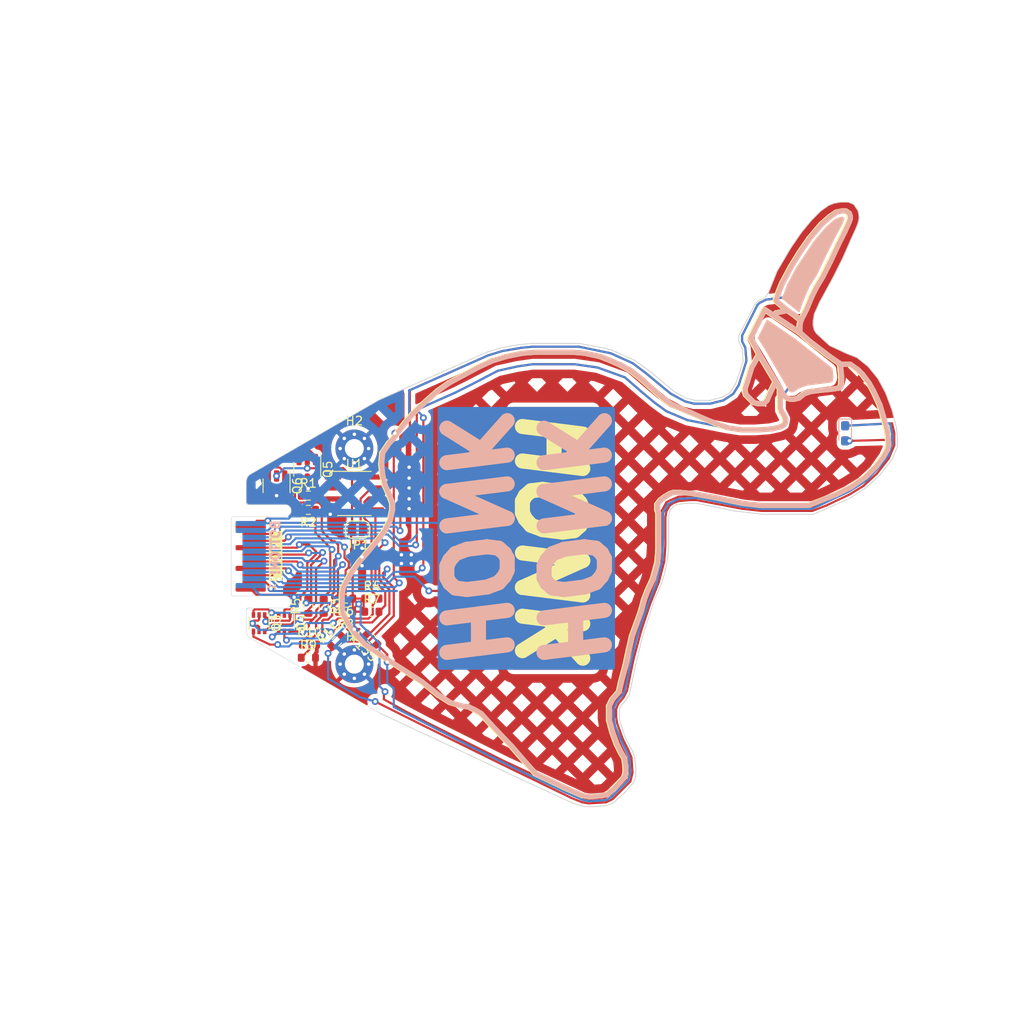
<source format=kicad_pcb>
(kicad_pcb (version 20221018) (generator pcbnew)
  (layers (0 "F.Cu" signal) (31 "B.Cu" signal) (34 "B.Paste" user) (35 "F.Paste" user) (36 "B.SilkS" user "B.Silkscreen") (37 "F.SilkS" user "F.Silkscreen") (38 "B.Mask" user) (39 "F.Mask" user) (44 "Edge.Cuts" user))
  (net 0 "")
  (net 1 "/GND")
  (net 2 "/SDA_GND")
  (net 3 "/SCL_3V3")
  (net 4 "/DET_3V3")
  (net 5 "/3V3_DET")
  (net 6 "/3V3")
  (net 7 "/SDA")
  (net 8 "/3V3_SCL")
  (net 9 "/LS_A_HS_F")
  (net 10 "/LS_B_HS_G")
  (net 11 "/LS_C_GND")
  (net 12 "/LS_D_HS_H")
  (net 13 "/LS_E_HS_I")
  (net 14 "/HS_F_LS_A")
  (net 15 "/HS_G_LS_B")
  (net 16 "/GND_LS_C")
  (net 17 "/HS_H_LS_D")
  (net 18 "/HS_I_LS_E")
  (net 19 "Net-(JP1-A)")
  (net 23 "/SCL")
  (net 24 "Net-(D1-K)")
  (net 25 "Net-(D2-K)")
  (net 26 "/GND_SDA")
  (net 27 "Net-(Q5A-D)")
  (net 28 "Net-(Q6A-D)")
  (footprint "Jumper:SolderJumper-2_P1.3mm_Open_RoundedPad1.0x1.5mm" (layer "F.Cu") (at 112.903 96.901 180)
    (fp_text reference "JP1")
    (fp_text value "SolderJumper_2_Open")
  )
  (footprint "Resistor_SMD:R_0603_1608Metric" (layer "F.Cu") (at 107.188 92.964)
    (fp_text reference "R1")
    (fp_text value "1K")
  )
  (footprint "Resistor_SMD:R_0603_1608Metric" (layer "F.Cu") (at 114.554 106.426)
    (fp_text reference "R7")
    (fp_text value "1k")
  )
  (footprint "tildagon:hexpansion-edge-connector" (layer "F.Cu") (at 98.25 100)
    (fp_text reference "J1" hide)
    (fp_text value "Hexpansion-Connector" hide)
    (fp_line (start 0 4.4) (end 0 -4.4) (stroke (width 0.05)) (layer "Edge.Cuts"))
    (fp_line (start 6.25 -6) (end 2 -6) (stroke (width 0.05)) (layer "Edge.Cuts"))
    (fp_line (start 6.25 -4.6) (end 0.2 -4.6) (stroke (width 0.05)) (layer "Edge.Cuts"))
    (fp_line (start 6.25 4.6) (end 0.2 4.6) (stroke (width 0.05)) (layer "Edge.Cuts"))
    (fp_line (start 6.25 6) (end 2 6) (stroke (width 0.05)) (layer "Edge.Cuts"))
    (fp_arc (start 0 -4.4) (mid 0.058579 -4.541421) (end 0.2 -4.6) (stroke (width 0.05)) (layer "Edge.Cuts"))
    (fp_arc (start 0.2 4.6) (mid 0.058579 4.541421) (end 0 4.4) (stroke (width 0.05)) (layer "Edge.Cuts"))
    (fp_arc (start 6.25 -6) (mid 6.744975 -5.794975) (end 6.95 -5.3) (stroke (width 0.05)) (layer "Edge.Cuts"))
    (fp_arc (start 6.25 4.6) (mid 6.744975 4.805025) (end 6.95 5.3) (stroke (width 0.05)) (layer "Edge.Cuts"))
    (fp_arc (start 6.95 -5.3) (mid 6.744975 -4.805025) (end 6.25 -4.6) (stroke (width 0.05)) (layer "Edge.Cuts"))
    (fp_arc (start 6.95 5.3) (mid 6.744975 5.794975) (end 6.25 6) (stroke (width 0.05)) (layer "Edge.Cuts"))
  )
  (footprint "Resistor_SMD:R_0603_1608Metric" (layer "F.Cu") (at 108.966 105.791 -90)
    (fp_text reference "R3")
    (fp_text value "100K")
  )
  (footprint "Resistor_SMD:R_0603_1608Metric" (layer "F.Cu") (at 107.315 110.236)
    (fp_text reference "R10")
    (fp_text value "DNP")
  )
  (footprint "Resistor_SMD:R_0603_1608Metric" (layer "F.Cu") (at 107.188 105.791 90)
    (fp_text reference "R5")
    (fp_text value "1k")
  )
  (footprint "Package_TO_SOT_SMD:TSOT-23-6" (layer "F.Cu") (at 107.061 89.916 -90)
    (fp_text reference "Q5")
    (fp_text value "DMG6602SVTQ")
  )
  (footprint "Package_TO_SOT_SMD:SOT-363_SC-70-6" (layer "F.Cu") (at 104.409 107.757 -90)
    (fp_text reference "Q4")
    (fp_text value "DMN63D8LDW")
  )
  (footprint "Resistor_SMD:R_0603_1608Metric" (layer "F.Cu") (at 114.554 109.601 135)
    (fp_text reference "R135")
    (fp_text value "220")
  )
  (footprint "Package_SO:SOIC-8_3.9x4.9mm_P1.27mm" (layer "F.Cu") (at 112.522 92.71)
    (fp_text reference "U1")
    (fp_text value "M24C64-FMN6TP")
  )
  (footprint "Resistor_SMD:R_0603_1608Metric" (layer "F.Cu") (at 111.506 104.902 180)
    (fp_text reference "R6")
    (fp_text value "1k")
  )
  (footprint "Resistor_SMD:R_0603_1608Metric" (layer "F.Cu") (at 114.554 104.902)
    (fp_text reference "R4")
    (fp_text value "1k")
  )
  (footprint "Resistor_SMD:R_0603_1608Metric" (layer "F.Cu") (at 110.49 109.855 45)
    (fp_text reference "R11")
    (fp_text value "220")
  )
  (footprint "Resistor_SMD:R_0603_1608Metric" (layer "F.Cu") (at 111.506 106.426 180)
    (fp_text reference "R8")
    (fp_text value "1k")
  )
  (footprint "LED_SMD:LED_0603_1608Metric_Pad1.05x0.95mm_HandSolder" (layer "F.Cu") (at 169.437 85.73 -90)
    (fp_text reference "D1" hide)
    (fp_text value "LED")
  )
  (footprint "Package_TO_SOT_SMD:SOT-363_SC-70-6" (layer "F.Cu") (at 101.473 107.757 -90)
    (fp_text reference "Q3")
    (fp_text value "DMN63D8LDW")
  )
  (footprint "MountingHole:MountingHole_2.2mm_M2_Pad_Via" (layer "F.Cu") (at 112.522 112.503)
    (fp_text reference "H1")
    (fp_text value "MountingHole_Pad")
  )
  (footprint "MountingHole:MountingHole_2.2mm_M2_Pad_Via" (layer "F.Cu") (at 112.522 87.503)
    (fp_text reference "H2")
    (fp_text value "MountingHole_Pad")
  )
  (footprint "Package_TO_SOT_SMD:TSOT-23-6" (layer "F.Cu") (at 103.4995 91.821 -90)
    (fp_text reference "Q6")
    (fp_text value "DMG6602SVTQ")
  )
  (footprint "Resistor_SMD:R_0603_1608Metric" (layer "F.Cu") (at 107.188 111.76)
    (fp_text reference "R9")
    (fp_text value "DNP")
  )
  (footprint "Resistor_SMD:R_0603_1608Metric" (layer "F.Cu") (at 107.188 94.615 180)
    (fp_text reference "R2")
    (fp_text value "1K")
  )
  (footprint "LED_SMD:LED_0603_1608Metric_Pad1.05x0.95mm_HandSolder" (layer "B.Cu") (at 169.437 85.744 -90)
    (fp_text reference "D2" hide)
    (fp_text value "LED")
  )
  (gr_line (start 168.656 80.518) (end 167.767 80.645) (stroke (width 0.6)) (layer "B.SilkS"))
  (gr_line (start 142.367 77.343) (end 141.097 76.835) (stroke (width 0.6)) (layer "B.SilkS"))
  (gr_line (start 162.56 84.074) (end 162.56 84.328) (stroke (width 0.6)) (layer "B.SilkS"))
  (gr_line (start 116.713 95.758) (end 116.078 97.028) (stroke (width 0.6)) (layer "B.SilkS"))
  (gr_line (start 123.571 79.883) (end 122.301 80.772) (stroke (width 0.6)) (layer "B.SilkS"))
  (gr_line (start 161.29 72.136) (end 161.544 71.755) (stroke (width 0.6)) (layer "B.SilkS"))
  (gr_line (start 142.494 120.396) (end 142.113 118.999) (stroke (width 0.6)) (layer "B.SilkS"))
  (gr_line (start 125.222 78.994) (end 123.571 79.883) (stroke (width 0.6)) (layer "B.SilkS"))
  (gr_line (start 133.731 76.327) (end 132.08 76.454) (stroke (width 0.6)) (layer "B.SilkS"))
  (gr_line (start 141.097 76.835) (end 139.319 76.454) (stroke (width 0.6)) (layer "B.SilkS"))
  (gr_line (start 173.482 82.423) (end 172.72 80.772) (stroke (width 0.6)) (layer "B.SilkS"))
  (gr_line (start 154.559 93.218) (end 157.607 93.853) (stroke (width 0.6)) (layer "B.SilkS"))
  (gr_line (start 139.319 76.454) (end 137.795 76.327) (stroke (width 0.6)) (layer "B.SilkS"))
  (gr_line (start 161.417 79.756) (end 160.782 81.026) (stroke (width 0.6)) (layer "B.SilkS"))
  (gr_line (start 168.529 60.071) (end 169.164 59.944) (stroke (width 0.6)) (layer "B.SilkS"))
  (gr_line (start 155.829 85.09) (end 154.432 84.582) (stroke (width 0.6)) (layer "B.SilkS"))
  (gr_line (start 164.211 74.041) (end 165.354 75.057) (stroke (width 0.6)) (layer "B.SilkS"))
  (gr_line (start 162.306 83.566) (end 162.56 84.074) (stroke (width 0.6)) (layer "B.SilkS"))
  (gr_line (start 147.701 93.98) (end 148.082 93.472) (stroke (width 0.6)) (layer "B.SilkS"))
  (gr_line (start 111.252 103.632) (end 111.125 104.394) (stroke (width 0.6)) (layer "B.SilkS"))
  (gr_line (start 157.861 80.899) (end 157.861 80.518) (stroke (width 0.6)) (layer "B.SilkS"))
  (gr_line (start 144.018 125.095) (end 144.018 124.46) (stroke (width 0.6)) (layer "B.SilkS"))
  (gr_line (start 116.967 93.853) (end 116.967 94.615) (stroke (width 0.6)) (layer "B.SilkS"))
  (gr_line (start 112.522 108.839) (end 113.792 110.236) (stroke (width 0.6)) (layer "B.SilkS"))
  (gr_line (start 144.018 124.46) (end 143.891 123.444) (stroke (width 0.6)) (layer "B.SilkS"))
  (gr_line (start 113.157 100.584) (end 112.141 101.981) (stroke (width 0.6)) (layer "B.SilkS"))
  (gr_line (start 173.863 83.693) (end 173.482 82.423) (stroke (width 0.6)) (layer "B.SilkS"))
  (gr_line (start 168.91 80.391) (end 168.656 80.518) (stroke (width 0.6)) (layer "B.SilkS"))
  (gr_line (start 136.144 76.327) (end 133.731 76.327) (stroke (width 0.6)) (layer "B.SilkS"))
  (gr_line (start 149.987 82.677) (end 149.225 82.296) (stroke (width 0.6)) (layer "B.SilkS"))
  (gr_line (start 168.402 92.837) (end 170.18 91.948) (stroke (width 0.6)) (layer "B.SilkS"))
  (gr_line (start 121.285 81.661) (end 120.142 82.677) (stroke (width 0.6)) (layer "B.SilkS"))
  (gr_line (start 111.125 106.045) (end 111.252 106.68) (stroke (width 0.6)) (layer "B.SilkS"))
  (gr_line (start 120.396 114.554) (end 122.301 116.078) (stroke (width 0.6)) (layer "B.SilkS"))
  (gr_line (start 160.782 81.026) (end 160.401 81.915) (stroke (width 0.6)) (layer "B.SilkS"))
  (gr_line (start 168.91 77.851) (end 169.037 79.121) (stroke (width 0.6)) (layer "B.SilkS"))
  (gr_line (start 157.48 85.344) (end 155.829 85.09) (stroke (width 0.6)) (layer "B.SilkS"))
  (gr_line (start 161.417 70.358) (end 161.671 69.596) (stroke (width 0.6)) (layer "B.SilkS"))
  (gr_line (start 142.621 127) (end 143.891 125.603) (stroke (width 0.6)) (layer "B.SilkS"))
  (gr_line (start 143.891 123.444) (end 143.51 122.809) (stroke (width 0.6)) (layer "B.SilkS"))
  (gr_line (start 116.967 86.487) (end 116.586 86.868) (stroke (width 0.6)) (layer "B.SilkS"))
  (gr_line (start 162.052 83.185) (end 162.306 83.566) (stroke (width 0.6)) (layer "B.SilkS"))
  (gr_line (start 164.719 81.153) (end 164.084 81.661) (stroke (width 0.6)) (layer "B.SilkS"))
  (gr_line (start 167.767 80.645) (end 166.497 80.772) (stroke (width 0.6)) (layer "B.SilkS"))
  (gr_line (start 142.113 117.348) (end 142.494 116.586) (stroke (width 0.6)) (layer "B.SilkS"))
  (gr_line (start 161.925 81.026) (end 161.925 81.661) (stroke (width 0.6)) (layer "B.SilkS"))
  (gr_line (start 169.037 79.121) (end 169.037 80.01) (stroke (width 0.6)) (layer "B.SilkS"))
  (gr_line (start 172.212 79.883) (end 171.45 78.867) (stroke (width 0.6)) (layer "B.SilkS"))
  (gr_line (start 139.954 127.889) (end 141.224 127.762) (stroke (width 0.6)) (layer "B.SilkS"))
  (gr_line (start 157.607 93.853) (end 159.766 94.107) (stroke (width 0.6)) (layer "B.SilkS"))
  (gr_line (start 173.863 88.519) (end 174.371 87.63) (stroke (width 0.6)) (layer "B.SilkS"))
  (gr_line (start 160.02 82.296) (end 159.385 82.296) (stroke (width 0.6)) (layer "B.SilkS"))
  (gr_line (start 164.084 81.661) (end 163.576 81.788) (stroke (width 0.6)) (layer "B.SilkS"))
  (gr_line (start 128.397 119.507) (end 130.81 122.047) (stroke (width 0.6)) (layer "B.SilkS"))
  (gr_line (start 169.545 59.944) (end 169.926 60.198) (stroke (width 0.6)) (layer "B.SilkS"))
  (gr_line (start 111.252 106.68) (end 111.76 107.696) (stroke (width 0.6)) (layer "B.SilkS"))
  (gr_line (start 145.796 106.426) (end 146.177 105.029) (stroke (width 0.6)) (layer "B.SilkS"))
  (gr_line (start 166.497 80.772) (end 165.481 80.899) (stroke (width 0.6)) (layer "B.SilkS"))
  (gr_line (start 170.053 77.724) (end 168.8465 77.724) (stroke (width 0.6)) (layer "B.SilkS"))
  (gr_line (start 122.301 116.078) (end 123.698 116.967) (stroke (width 0.6)) (layer "B.SilkS"))
  (gr_line (start 148.59 93.091) (end 149.225 92.71) (stroke (width 0.6)) (layer "B.SilkS"))
  (gr_line (start 173.101 89.535) (end 173.863 88.519) (stroke (width 0.6)) (layer "B.SilkS"))
  (gr_line (start 126.873 78.105) (end 125.222 78.994) (stroke (width 0.6)) (layer "B.SilkS"))
  (gr_line (start 148.336 81.661) (end 147.193 80.645) (stroke (width 0.6)) (layer "B.SilkS"))
  (gr_line (start 161.925 82.804) (end 162.052 83.185) (stroke (width 0.6)) (layer "B.SilkS"))
  (gr_line (start 112.141 101.981) (end 111.252 103.632) (stroke (width 0.6)) (layer "B.SilkS"))
  (gr_line (start 161.671 69.596) (end 162.179 68.326) (stroke (width 0.6)) (layer "B.SilkS"))
  (gr_line (start 115.316 98.044) (end 114.046 99.568) (stroke (width 0.6)) (layer "B.SilkS"))
  (gr_line (start 157.861 80.518) (end 158.115 79.756) (stroke (width 0.6)) (layer "B.SilkS"))
  (gr_line (start 164.338 72.644) (end 164.211 73.152) (stroke (width 0.6)) (layer "B.SilkS"))
  (gr_line (start 162.814 71.501) (end 162.179 70.993) (stroke (width 0.6)) (layer "B.SilkS"))
  (gr_line (start 144.399 110.871) (end 144.78 109.22) (stroke (width 0.6)) (layer "B.SilkS"))
  (gr_line (start 161.544 71.755) (end 162.814 71.501) (stroke (width 0.6)) (layer "B.SilkS"))
  (gr_line (start 139.065 127.762) (end 139.954 127.889) (stroke (width 0.6)) (layer "B.SilkS"))
  (gr_line (start 130.175 76.835) (end 128.524 77.343) (stroke (width 0.6)) (layer "B.SilkS"))
  (gr_line (start 132.08 76.454) (end 130.175 76.835) (stroke (width 0.6)) (layer "B.SilkS"))
  (gr_line (start 159.385 82.296) (end 158.877 82.169) (stroke (width 0.6)) (layer "B.SilkS"))
  (gr_line (start 162.687 81.661) (end 162.306 81.28) (stroke (width 0.6)) (layer "B.SilkS"))
  (gr_line (start 166.116 68.834) (end 165.608 69.85) (stroke (width 0.6)) (layer "B.SilkS"))
  (gr_line (start 116.586 86.868) (end 115.824 88.011) (stroke (width 0.6)) (layer "B.SilkS"))
  (gr_line (start 158.115 79.756) (end 158.623 78.105) (stroke (width 0.6)) (layer "B.SilkS"))
  (gr_line (start 163.195 81.788) (end 162.687 81.661) (stroke (width 0.6)) (layer "B.SilkS"))
  (gr_line (start 171.45 78.867) (end 170.942 78.359) (stroke (width 0.6)) (layer "B.SilkS"))
  (gr_line (start 170.053 60.579) (end 170.053 60.833) (stroke (width 0.6)) (layer "B.SilkS"))
  (gr_line (start 166.878 67.564) (end 166.116 68.834) (stroke (width 0.6)) (layer "B.SilkS"))
  (gr_line (start 116.586 92.837) (end 116.967 93.853) (stroke (width 0.6)) (layer "B.SilkS"))
  (gr_line (start 162.052 84.963) (end 161.036 85.217) (stroke (width 0.6)) (layer "B.SilkS"))
  (gr_poly (pts (xy 162.179 70.104) (xy 162.814 68.453) (xy 163.83 66.548) (xy 165.862 63.5) (xy 167.259 61.849) (xy 168.275 60.96) (xy 168.91 60.706) (xy 169.164 60.706) (xy 169.291 60.833) (xy 169.037 61.468) (xy 168.021 63.373) (xy 167.132 65.151) (xy 166.116 67.31) (xy 165.227 68.707) (xy 164.465 70.485) (xy 164.084 71.628)) (stroke (width 0.15)) (fill solid) (layer "B.SilkS"))
  (gr_line (start 167.513 76.708) (end 168.783 77.597) (stroke (width 0.6)) (layer "B.SilkS"))
  (gr_line (start 118.237 113.157) (end 120.396 114.554) (stroke (width 0.6)) (layer "B.SilkS"))
  (gr_line (start 143.891 125.603) (end 144.018 125.095) (stroke (width 0.6)) (layer "B.SilkS"))
  (gr_line (start 158.877 82.169) (end 158.369 81.661) (stroke (width 0.6)) (layer "B.SilkS"))
  (gr_line (start 144.78 109.22) (end 145.288 107.823) (stroke (width 0.6)) (layer "B.SilkS"))
  (gr_line (start 151.765 92.71) (end 154.559 93.218) (stroke (width 0.6)) (layer "B.SilkS"))
  (gr_line (start 137.033 126.873) (end 139.065 127.762) (stroke (width 0.6)) (layer "B.SilkS"))
  (gr_line (start 146.177 105.029) (end 146.558 104.013) (stroke (width 0.6)) (layer "B.SilkS"))
  (gr_line (start 124.968 117.348) (end 125.857 117.475) (stroke (width 0.6)) (layer "B.SilkS"))
  (gr_line (start 160.401 81.915) (end 160.02 82.296) (stroke (width 0.6)) (layer "B.SilkS"))
  (gr_line (start 119.38 83.439) (end 118.491 84.455) (stroke (width 0.6)) (layer "B.SilkS"))
  (gr_line (start 164.973 71.374) (end 164.338 72.644) (stroke (width 0.6)) (layer "B.SilkS"))
  (gr_line (start 143.51 77.851) (end 142.367 77.343) (stroke (width 0.6)) (layer "B.SilkS"))
  (gr_line (start 116.078 91.694) (end 116.586 92.837) (stroke (width 0.6)) (layer "B.SilkS"))
  (gr_line (start 165.227 94.107) (end 168.402 92.837) (stroke (width 0.6)) (layer "B.SilkS"))
  (gr_line (start 169.418 62.357) (end 168.656 63.881) (stroke (width 0.6)) (layer "B.SilkS"))
  (gr_line (start 170.942 78.359) (end 170.053 77.724) (stroke (width 0.6)) (layer "B.SilkS"))
  (gr_line (start 161.925 80.518) (end 161.417 79.756) (stroke (width 0.6)) (layer "B.SilkS"))
  (gr_line (start 162.179 68.326) (end 163.195 66.421) (stroke (width 0.6)) (layer "B.SilkS"))
  (gr_poly (pts (xy 160.401 72.644) (xy 163.576 74.803) (xy 167.894 78.232) (xy 168.021 79.248) (xy 167.894 79.756) (xy 164.973 80.137) (xy 163.957 80.518) (xy 163.449 80.899) (xy 163.068 80.899) (xy 160.401 76.327) (xy 159.385 74.676)) (stroke (width 0.15)) (fill solid) (layer "B.SilkS"))
  (gr_line (start 164.211 73.152) (end 164.211 74.041) (stroke (width 0.6)) (layer "B.SilkS"))
  (gr_line (start 127.254 118.237) (end 128.397 119.507) (stroke (width 0.6)) (layer "B.SilkS"))
  (gr_line (start 158.623 78.105) (end 159.512 76.581) (stroke (width 0.6)) (layer "B.SilkS"))
  (gr_line (start 148.082 93.472) (end 148.59 93.091) (stroke (width 0.6)) (layer "B.SilkS"))
  (gr_line (start 126.619 117.856) (end 127.254 118.237) (stroke (width 0.6)) (layer "B.SilkS"))
  (gr_line (start 111.76 107.696) (end 112.522 108.839) (stroke (width 0.6)) (layer "B.SilkS"))
  (gr_line (start 169.926 61.214) (end 169.418 62.357) (stroke (width 0.6)) (layer "B.SilkS"))
  (gr_line (start 159.512 76.581) (end 158.496 74.676) (stroke (width 0.6)) (layer "B.SilkS"))
  (gr_line (start 143.256 115.697) (end 143.51 114.554) (stroke (width 0.6)) (layer "B.SilkS"))
  (gr_line (start 118.491 84.455) (end 117.602 85.598) (stroke (width 0.6)) (layer "B.SilkS"))
  (gr_line (start 150.368 92.583) (end 151.765 92.71) (stroke (width 0.6)) (layer "B.SilkS"))
  (gr_line (start 147.701 94.615) (end 147.701 93.98) (stroke (width 0.6)) (layer "B.SilkS"))
  (gr_line (start 161.925 81.661) (end 161.925 82.804) (stroke (width 0.6)) (layer "B.SilkS"))
  (gr_line (start 168.656 63.881) (end 167.767 65.786) (stroke (width 0.6)) (layer "B.SilkS"))
  (gr_line (start 165.481 80.899) (end 164.719 81.153) (stroke (width 0.6)) (layer "B.SilkS"))
  (gr_line (start 113.792 110.236) (end 116.84 112.268) (stroke (width 0.6)) (layer "B.SilkS"))
  (gr_line (start 147.193 102.616) (end 147.701 100.838) (stroke (width 0.6)) (layer "B.SilkS"))
  (gr_line (start 174.371 85.598) (end 173.863 83.693) (stroke (width 0.6)) (layer "B.SilkS"))
  (gr_line (start 158.369 81.661) (end 157.988 81.28) (stroke (width 0.6)) (layer "B.SilkS"))
  (gr_line (start 128.524 77.343) (end 126.873 78.105) (stroke (width 0.6)) (layer "B.SilkS"))
  (gr_line (start 144.018 112.649) (end 144.399 110.871) (stroke (width 0.6)) (layer "B.SilkS"))
  (gr_line (start 164.211 64.77) (end 165.354 63.119) (stroke (width 0.6)) (layer "B.SilkS"))
  (gr_line (start 162.56 84.328) (end 162.433 84.709) (stroke (width 0.6)) (layer "B.SilkS"))
  (gr_line (start 149.225 92.71) (end 149.606 92.583) (stroke (width 0.6)) (layer "B.SilkS"))
  (gr_line (start 147.701 100.838) (end 147.828 99.441) (stroke (width 0.6)) (layer "B.SilkS"))
  (gr_line (start 157.988 81.28) (end 157.861 80.899) (stroke (width 0.6)) (layer "B.SilkS"))
  (gr_line (start 137.795 76.327) (end 136.144 76.327) (stroke (width 0.6)) (layer "B.SilkS"))
  (gr_line (start 162.179 70.993) (end 161.417 70.358) (stroke (width 0.6)) (layer "B.SilkS"))
  (gr_line (start 164.338 72.644) (end 163.576 72.009) (stroke (width 0.6)) (layer "B.SilkS"))
  (gr_line (start 162.433 84.709) (end 162.052 84.963) (stroke (width 0.6)) (layer "B.SilkS"))
  (gr_line (start 132.461 123.952) (end 133.604 125.222) (stroke (width 0.6)) (layer "B.SilkS"))
  (gr_line (start 141.224 127.762) (end 141.859 127.635) (stroke (width 0.6)) (layer "B.SilkS"))
  (gr_line (start 163.576 72.009) (end 162.814 71.501) (stroke (width 0.6)) (layer "B.SilkS"))
  (gr_line (start 151.511 83.312) (end 149.987 82.677) (stroke (width 0.6)) (layer "B.SilkS"))
  (gr_line (start 141.859 127.635) (end 142.621 127) (stroke (width 0.6)) (layer "B.SilkS"))
  (gr_line (start 143.51 114.554) (end 144.018 112.649) (stroke (width 0.6)) (layer "B.SilkS"))
  (gr_line (start 130.81 122.047) (end 132.461 123.952) (stroke (width 0.6)) (layer "B.SilkS"))
  (gr_line (start 161.036 85.217) (end 159.385 85.344) (stroke (width 0.6)) (layer "B.SilkS"))
  (gr_line (start 147.828 99.441) (end 147.828 94.996) (stroke (width 0.6)) (layer "B.SilkS"))
  (gr_line (start 169.926 60.198) (end 170.053 60.579) (stroke (width 0.6)) (layer "B.SilkS"))
  (gr_line (start 145.288 107.823) (end 145.796 106.426) (stroke (width 0.6)) (layer "B.SilkS"))
  (gr_line (start 147.193 80.645) (end 145.923 79.502) (stroke (width 0.6)) (layer "B.SilkS"))
  (gr_line (start 145.923 79.502) (end 144.653 78.486) (stroke (width 0.6)) (layer "B.SilkS"))
  (gr_line (start 163.576 81.788) (end 163.195 81.788) (stroke (width 0.6)) (layer "B.SilkS"))
  (gr_line (start 161.417 79.756) (end 159.512 76.581) (stroke (width 0.6)) (layer "B.SilkS"))
  (gr_line (start 165.608 69.85) (end 164.973 71.374) (stroke (width 0.6)) (layer "B.SilkS"))
  (gr_line (start 142.494 116.586) (end 143.256 115.697) (stroke (width 0.6)) (layer "B.SilkS"))
  (gr_line (start 115.697 89.281) (end 115.824 90.551) (stroke (width 0.6)) (layer "B.SilkS"))
  (gr_line (start 115.824 88.011) (end 115.697 89.281) (stroke (width 0.6)) (layer "B.SilkS"))
  (gr_line (start 171.831 90.805) (end 173.101 89.535) (stroke (width 0.6)) (layer "B.SilkS"))
  (gr_line (start 120.142 82.677) (end 119.38 83.439) (stroke (width 0.6)) (layer "B.SilkS"))
  (gr_line (start 154.432 84.582) (end 152.908 83.947) (stroke (width 0.6)) (layer "B.SilkS"))
  (gr_line (start 174.498 86.868) (end 174.371 85.598) (stroke (width 0.6)) (layer "B.SilkS"))
  (gr_line (start 152.908 83.947) (end 151.511 83.312) (stroke (width 0.6)) (layer "B.SilkS"))
  (gr_line (start 159.385 85.344) (end 157.48 85.344) (stroke (width 0.6)) (layer "B.SilkS"))
  (gr_line (start 122.301 80.772) (end 121.285 81.661) (stroke (width 0.6)) (layer "B.SilkS"))
  (gr_line (start 170.053 60.833) (end 169.926 61.214) (stroke (width 0.6)) (layer "B.SilkS"))
  (gr_line (start 169.037 80.01) (end 168.91 80.391) (stroke (width 0.6)) (layer "B.SilkS"))
  (gr_line (start 116.967 94.615) (end 116.713 95.758) (stroke (width 0.6)) (layer "B.SilkS"))
  (gr_line (start 167.767 65.786) (end 166.878 67.564) (stroke (width 0.6)) (layer "B.SilkS"))
  (gr_line (start 133.604 125.222) (end 137.033 126.873) (stroke (width 0.6)) (layer "B.SilkS"))
  (gr_line (start 146.558 104.013) (end 147.193 102.616) (stroke (width 0.6)) (layer "B.SilkS"))
  (gr_line (start 143.51 122.809) (end 143.002 121.793) (stroke (width 0.6)) (layer "B.SilkS"))
  (gr_line (start 174.371 87.63) (end 174.498 87.122) (stroke (width 0.6)) (layer "B.SilkS"))
  (gr_line (start 114.046 99.568) (end 113.157 100.584) (stroke (width 0.6)) (layer "B.SilkS"))
  (gr_line (start 164.211 74.041) (end 161.29 72.136) (stroke (width 0.6)) (layer "B.SilkS"))
  (gr_line (start 111.125 104.394) (end 111.125 106.045) (stroke (width 0.6)) (layer "B.SilkS"))
  (gr_line (start 159.766 94.107) (end 165.227 94.107) (stroke (width 0.6)) (layer "B.SilkS"))
  (gr_line (start 161.925 80.518) (end 161.925 81.026) (stroke (width 0.6)) (layer "B.SilkS"))
  (gr_line (start 147.828 94.996) (end 147.701 94.615) (stroke (width 0.6)) (layer "B.SilkS"))
  (gr_line (start 160.147 71.374) (end 161.29 72.136) (stroke (width 0.6)) (layer "B.SilkS"))
  (gr_line (start 117.602 85.598) (end 116.967 86.487) (stroke (width 0.6)) (layer "B.SilkS"))
  (gr_line (start 116.078 97.028) (end 115.316 98.044) (stroke (width 0.6)) (layer "B.SilkS"))
  (gr_line (start 125.857 117.475) (end 126.619 117.856) (stroke (width 0.6)) (layer "B.SilkS"))
  (gr_line (start 115.824 90.551) (end 116.078 91.694) (stroke (width 0.6)) (layer "B.SilkS"))
  (gr_line (start 144.653 78.486) (end 143.51 77.851) (stroke (width 0.6)) (layer "B.SilkS"))
  (gr_line (start 116.84 112.268) (end 118.237 113.157) (stroke (width 0.6)) (layer "B.SilkS"))
  (gr_line (start 168.783 77.597) (end 168.91 77.851) (stroke (width 0.6)) (layer "B.SilkS"))
  (gr_line (start 149.606 92.583) (end 150.368 92.583) (stroke (width 0.6)) (layer "B.SilkS"))
  (gr_line (start 166.751 61.468) (end 167.767 60.579) (stroke (width 0.6)) (layer "B.SilkS"))
  (gr_line (start 165.354 75.057) (end 167.513 76.708) (stroke (width 0.6)) (layer "B.SilkS"))
  (gr_line (start 172.72 80.772) (end 172.212 79.883) (stroke (width 0.6)) (layer "B.SilkS"))
  (gr_line (start 163.195 66.421) (end 164.211 64.77) (stroke (width 0.6)) (layer "B.SilkS"))
  (gr_line (start 158.496 74.676) (end 159.385 72.898) (stroke (width 0.6)) (layer "B.SilkS"))
  (gr_line (start 167.767 60.579) (end 168.529 60.071) (stroke (width 0.6)) (layer "B.SilkS"))
  (gr_line (start 174.498 87.122) (end 174.498 86.868) (stroke (width 0.6)) (layer "B.SilkS"))
  (gr_line (start 142.113 118.999) (end 142.113 117.348) (stroke (width 0.6)) (layer "B.SilkS"))
  (gr_line (start 162.306 81.28) (end 161.925 80.518) (stroke (width 0.6)) (layer "B.SilkS"))
  (gr_line (start 149.225 82.296) (end 148.336 81.661) (stroke (width 0.6)) (layer "B.SilkS"))
  (gr_line (start 123.698 116.967) (end 124.968 117.348) (stroke (width 0.6)) (layer "B.SilkS"))
  (gr_line (start 169.164 59.944) (end 169.545 59.944) (stroke (width 0.6)) (layer "B.SilkS"))
  (gr_line (start 165.354 63.119) (end 166.751 61.468) (stroke (width 0.6)) (layer "B.SilkS"))
  (gr_line (start 143.002 121.793) (end 142.494 120.396) (stroke (width 0.6)) (layer "B.SilkS"))
  (gr_line (start 170.18 91.948) (end 171.831 90.805) (stroke (width 0.6)) (layer "B.SilkS"))
  (gr_line (start 159.385 72.898) (end 160.147 71.374) (stroke (width 0.6)) (layer "B.SilkS"))
  (gr_line (start 162.56 81.661) (end 163.068 81.788) (stroke (width 0.6)) (layer "F.SilkS"))
  (gr_line (start 163.068 66.421) (end 162.052 68.326) (stroke (width 0.6)) (layer "F.SilkS"))
  (gr_line (start 115.697 90.551) (end 115.57 89.281) (stroke (width 0.6)) (layer "F.SilkS"))
  (gr_line (start 154.305 84.582) (end 155.702 85.09) (stroke (width 0.6)) (layer "F.SilkS"))
  (gr_line (start 125.73 117.475) (end 124.841 117.348) (stroke (width 0.6)) (layer "F.SilkS"))
  (gr_line (start 162.687 71.501) (end 163.449 72.009) (stroke (width 0.6)) (layer "F.SilkS"))
  (gr_line (start 147.955 93.472) (end 147.574 93.98) (stroke (width 0.6)) (layer "F.SilkS"))
  (gr_line (start 147.066 80.645) (end 148.209 81.661) (stroke (width 0.6)) (layer "F.SilkS"))
  (gr_line (start 143.764 125.603) (end 142.494 127) (stroke (width 0.6)) (layer "F.SilkS"))
  (gr_line (start 113.919 99.568) (end 115.189 98.044) (stroke (width 0.6)) (layer "F.SilkS"))
  (gr_line (start 147.574 94.615) (end 147.701 94.996) (stroke (width 0.6)) (layer "F.SilkS"))
  (gr_line (start 151.638 92.71) (end 150.241 92.583) (stroke (width 0.6)) (layer "F.SilkS"))
  (gr_line (start 162.052 68.326) (end 161.544 69.596) (stroke (width 0.6)) (layer "F.SilkS"))
  (gr_line (start 139.192 76.454) (end 140.97 76.835) (stroke (width 0.6)) (layer "F.SilkS"))
  (gr_line (start 169.037 59.944) (end 168.402 60.071) (stroke (width 0.6)) (layer "F.SilkS"))
  (gr_line (start 162.687 71.501) (end 161.417 71.755) (stroke (width 0.6)) (layer "F.SilkS"))
  (gr_line (start 149.479 92.583) (end 149.098 92.71) (stroke (width 0.6)) (layer "F.SilkS"))
  (gr_line (start 115.951 91.694) (end 115.697 90.551) (stroke (width 0.6)) (layer "F.SilkS"))
  (gr_line (start 161.798 81.026) (end 161.798 80.518) (stroke (width 0.6)) (layer "F.SilkS"))
  (gr_line (start 118.364 84.455) (end 119.253 83.439) (stroke (width 0.6)) (layer "F.SilkS"))
  (gr_line (start 145.796 79.502) (end 147.066 80.645) (stroke (width 0.6)) (layer "F.SilkS"))
  (gr_line (start 133.604 76.327) (end 136.017 76.327) (stroke (width 0.6)) (layer "F.SilkS"))
  (gr_line (start 170.815 78.359) (end 171.323 78.867) (stroke (width 0.6)) (layer "F.SilkS"))
  (gr_line (start 161.163 72.136) (end 164.084 74.041) (stroke (width 0.6)) (layer "F.SilkS"))
  (gr_line (start 166.37 80.772) (end 167.64 80.645) (stroke (width 0.6)) (layer "F.SilkS"))
  (gr_line (start 169.926 60.579) (end 169.799 60.198) (stroke (width 0.6)) (layer "F.SilkS"))
  (gr_line (start 121.158 81.661) (end 122.174 80.772) (stroke (width 0.6)) (layer "F.SilkS"))
  (gr_line (start 164.211 72.644) (end 164.846 71.374) (stroke (width 0.6)) (layer "F.SilkS"))
  (gr_line (start 165.989 68.834) (end 166.751 67.564) (stroke (width 0.6)) (layer "F.SilkS"))
  (gr_line (start 162.179 81.28) (end 162.56 81.661) (stroke (width 0.6)) (layer "F.SilkS"))
  (gr_line (start 169.291 62.357) (end 169.799 61.214) (stroke (width 0.6)) (layer "F.SilkS"))
  (gr_line (start 144.272 110.871) (end 143.891 112.649) (stroke (width 0.6)) (layer "F.SilkS"))
  (gr_line (start 122.174 80.772) (end 123.444 79.883) (stroke (width 0.6)) (layer "F.SilkS"))
  (gr_line (start 141.986 118.999) (end 142.367 120.396) (stroke (width 0.6)) (layer "F.SilkS"))
  (gr_line (start 110.998 104.394) (end 111.125 103.632) (stroke (width 0.6)) (layer "F.SilkS"))
  (gr_line (start 116.459 86.868) (end 116.84 86.487) (stroke (width 0.6)) (layer "F.SilkS"))
  (gr_line (start 173.736 83.693) (end 174.244 85.598) (stroke (width 0.6)) (layer "F.SilkS"))
  (gr_line (start 132.334 123.952) (end 130.683 122.047) (stroke (width 0.6)) (layer "F.SilkS"))
  (gr_line (start 158.369 74.676) (end 159.385 76.581) (stroke (width 0.6)) (layer "F.SilkS"))
  (gr_line (start 169.799 61.214) (end 169.926 60.833) (stroke (width 0.6)) (layer "F.SilkS"))
  (gr_line (start 136.017 76.327) (end 137.668 76.327) (stroke (width 0.6)) (layer "F.SilkS"))
  (gr_line (start 123.444 79.883) (end 125.095 78.994) (stroke (width 0.6)) (layer "F.SilkS"))
  (gr_line (start 165.227 75.057) (end 164.084 74.041) (stroke (width 0.6)) (layer "F.SilkS"))
  (gr_line (start 163.449 81.788) (end 163.957 81.661) (stroke (width 0.6)) (layer "F.SilkS"))
  (gr_line (start 141.732 127.635) (end 141.097 127.762) (stroke (width 0.6)) (layer "F.SilkS"))
  (gr_line (start 141.986 117.348) (end 141.986 118.999) (stroke (width 0.6)) (layer "F.SilkS"))
  (gr_line (start 164.084 73.152) (end 164.211 72.644) (stroke (width 0.6)) (layer "F.SilkS"))
  (gr_line (start 167.64 60.579) (end 166.624 61.468) (stroke (width 0.6)) (layer "F.SilkS"))
  (gr_line (start 111.633 107.696) (end 111.125 106.68) (stroke (width 0.6)) (layer "F.SilkS"))
  (gr_line (start 130.048 76.835) (end 131.953 76.454) (stroke (width 0.6)) (layer "F.SilkS"))
  (gr_line (start 161.163 72.136) (end 160.02 71.374) (stroke (width 0.6)) (layer "F.SilkS"))
  (gr_line (start 168.275 92.837) (end 165.1 94.107) (stroke (width 0.6)) (layer "F.SilkS"))
  (gr_line (start 143.383 77.851) (end 144.526 78.486) (stroke (width 0.6)) (layer "F.SilkS"))
  (gr_line (start 172.085 79.883) (end 172.593 80.772) (stroke (width 0.6)) (layer "F.SilkS"))
  (gr_line (start 171.704 90.805) (end 170.053 91.948) (stroke (width 0.6)) (layer "F.SilkS"))
  (gr_line (start 162.052 70.993) (end 162.687 71.501) (stroke (width 0.6)) (layer "F.SilkS"))
  (gr_line (start 143.891 112.649) (end 143.383 114.554) (stroke (width 0.6)) (layer "F.SilkS"))
  (gr_line (start 159.258 82.296) (end 159.893 82.296) (stroke (width 0.6)) (layer "F.SilkS"))
  (gr_line (start 159.385 76.581) (end 158.496 78.105) (stroke (width 0.6)) (layer "F.SilkS"))
  (gr_line (start 113.03 100.584) (end 113.919 99.568) (stroke (width 0.6)) (layer "F.SilkS"))
  (gr_line (start 143.129 115.697) (end 142.367 116.586) (stroke (width 0.6)) (layer "F.SilkS"))
  (gr_line (start 167.386 76.708) (end 165.227 75.057) (stroke (width 0.6)) (layer "F.SilkS"))
  (gr_line (start 164.084 74.041) (end 164.084 73.152) (stroke (width 0.6)) (layer "F.SilkS"))
  (gr_line (start 157.861 81.28) (end 158.242 81.661) (stroke (width 0.6)) (layer "F.SilkS"))
  (gr_line (start 152.781 83.947) (end 154.305 84.582) (stroke (width 0.6)) (layer "F.SilkS"))
  (gr_line (start 157.734 80.899) (end 157.861 81.28) (stroke (width 0.6)) (layer "F.SilkS"))
  (gr_line (start 155.702 85.09) (end 157.353 85.344) (stroke (width 0.6)) (layer "F.SilkS"))
  (gr_line (start 115.57 89.281) (end 115.697 88.011) (stroke (width 0.6)) (layer "F.SilkS"))
  (gr_line (start 123.571 116.967) (end 122.174 116.078) (stroke (width 0.6)) (layer "F.SilkS"))
  (gr_line (start 154.432 93.218) (end 151.638 92.71) (stroke (width 0.6)) (layer "F.SilkS"))
  (gr_line (start 112.014 101.981) (end 113.03 100.584) (stroke (width 0.6)) (layer "F.SilkS"))
  (gr_line (start 150.241 92.583) (end 149.479 92.583) (stroke (width 0.6)) (layer "F.SilkS"))
  (gr_line (start 167.64 65.786) (end 168.529 63.881) (stroke (width 0.6)) (layer "F.SilkS"))
  (gr_line (start 110.998 106.045) (end 110.998 104.394) (stroke (width 0.6)) (layer "F.SilkS"))
  (gr_line (start 139.827 127.889) (end 138.938 127.762) (stroke (width 0.6)) (layer "F.SilkS"))
  (gr_line (start 142.367 120.396) (end 142.875 121.793) (stroke (width 0.6)) (layer "F.SilkS"))
  (gr_line (start 116.84 94.615) (end 116.84 93.853) (stroke (width 0.6)) (layer "F.SilkS"))
  (gr_line (start 162.433 84.074) (end 162.179 83.566) (stroke (width 0.6)) (layer "F.SilkS"))
  (gr_line (start 167.64 80.645) (end 168.529 80.518) (stroke (width 0.6)) (layer "F.SilkS"))
  (gr_line (start 146.431 104.013) (end 146.05 105.029) (stroke (width 0.6)) (layer "F.SilkS"))
  (gr_line (start 142.24 77.343) (end 143.383 77.851) (stroke (width 0.6)) (layer "F.SilkS"))
  (gr_line (start 149.86 82.677) (end 151.384 83.312) (stroke (width 0.6)) (layer "F.SilkS"))
  (gr_line (start 169.418 59.944) (end 169.037 59.944) (stroke (width 0.6)) (layer "F.SilkS"))
  (gr_line (start 161.798 81.661) (end 161.798 81.026) (stroke (width 0.6)) (layer "F.SilkS"))
  (gr_line (start 161.417 71.755) (end 161.163 72.136) (stroke (width 0.6)) (layer "F.SilkS"))
  (gr_line (start 168.529 80.518) (end 168.783 80.391) (stroke (width 0.6)) (layer "F.SilkS"))
  (gr_line (start 169.926 60.833) (end 169.926 60.579) (stroke (width 0.6)) (layer "F.SilkS"))
  (gr_line (start 143.764 123.444) (end 143.891 124.46) (stroke (width 0.6)) (layer "F.SilkS"))
  (gr_line (start 143.383 114.554) (end 143.129 115.697) (stroke (width 0.6)) (layer "F.SilkS"))
  (gr_line (start 168.529 63.881) (end 169.291 62.357) (stroke (width 0.6)) (layer "F.SilkS"))
  (gr_line (start 117.475 85.598) (end 118.364 84.455) (stroke (width 0.6)) (layer "F.SilkS"))
  (gr_line (start 174.371 87.122) (end 174.244 87.63) (stroke (width 0.6)) (layer "F.SilkS"))
  (gr_line (start 148.209 81.661) (end 149.098 82.296) (stroke (width 0.6)) (layer "F.SilkS"))
  (gr_line (start 118.11 113.157) (end 116.713 112.268) (stroke (width 0.6)) (layer "F.SilkS"))
  (gr_line (start 159.639 94.107) (end 157.48 93.853) (stroke (width 0.6)) (layer "F.SilkS"))
  (gr_line (start 116.713 112.268) (end 113.665 110.236) (stroke (width 0.6)) (layer "F.SilkS"))
  (gr_line (start 162.306 84.709) (end 162.433 84.328) (stroke (width 0.6)) (layer "F.SilkS"))
  (gr_line (start 146.05 105.029) (end 145.669 106.426) (stroke (width 0.6)) (layer "F.SilkS"))
  (gr_line (start 174.244 87.63) (end 173.736 88.519) (stroke (width 0.6)) (layer "F.SilkS"))
  (gr_line (start 161.798 82.804) (end 161.798 81.661) (stroke (width 0.6)) (layer "F.SilkS"))
  (gr_line (start 148.463 93.091) (end 147.955 93.472) (stroke (width 0.6)) (layer "F.SilkS"))
  (gr_line (start 116.459 92.837) (end 115.951 91.694) (stroke (width 0.6)) (layer "F.SilkS"))
  (gr_line (start 115.189 98.044) (end 115.951 97.028) (stroke (width 0.6)) (layer "F.SilkS"))
  (gr_line (start 174.371 86.868) (end 174.371 87.122) (stroke (width 0.6)) (layer "F.SilkS"))
  (gr_line (start 166.751 67.564) (end 167.64 65.786) (stroke (width 0.6)) (layer "F.SilkS"))
  (gr_line (start 160.274 81.915) (end 160.655 81.026) (stroke (width 0.6)) (layer "F.SilkS"))
  (gr_line (start 143.383 122.809) (end 143.764 123.444) (stroke (width 0.6)) (layer "F.SilkS"))
  (gr_line (start 161.29 79.756) (end 161.798 80.518) (stroke (width 0.6)) (layer "F.SilkS"))
  (gr_line (start 166.624 61.468) (end 165.227 63.119) (stroke (width 0.6)) (layer "F.SilkS"))
  (gr_line (start 168.783 80.391) (end 168.91 80.01) (stroke (width 0.6)) (layer "F.SilkS"))
  (gr_line (start 160.909 85.217) (end 161.925 84.963) (stroke (width 0.6)) (layer "F.SilkS"))
  (gr_line (start 142.494 127) (end 141.732 127.635) (stroke (width 0.6)) (layer "F.SilkS"))
  (gr_line (start 173.355 82.423) (end 173.736 83.693) (stroke (width 0.6)) (layer "F.SilkS"))
  (gr_line (start 147.701 94.996) (end 147.701 99.441) (stroke (width 0.6)) (layer "F.SilkS"))
  (gr_line (start 164.592 81.153) (end 165.354 80.899) (stroke (width 0.6)) (layer "F.SilkS"))
  (gr_line (start 145.161 107.823) (end 144.653 109.22) (stroke (width 0.6)) (layer "F.SilkS"))
  (gr_line (start 173.736 88.519) (end 172.974 89.535) (stroke (width 0.6)) (layer "F.SilkS"))
  (gr_line (start 162.179 83.566) (end 161.925 83.185) (stroke (width 0.6)) (layer "F.SilkS"))
  (gr_line (start 159.385 76.581) (end 161.29 79.756) (stroke (width 0.6)) (layer "F.SilkS"))
  (gr_line (start 112.395 108.839) (end 111.633 107.696) (stroke (width 0.6)) (layer "F.SilkS"))
  (gr_line (start 168.91 80.01) (end 168.91 79.121) (stroke (width 0.6)) (layer "F.SilkS"))
  (gr_line (start 143.891 124.46) (end 143.891 125.095) (stroke (width 0.6)) (layer "F.SilkS"))
  (gr_line (start 163.449 72.009) (end 164.211 72.644) (stroke (width 0.6)) (layer "F.SilkS"))
  (gr_line (start 157.48 93.853) (end 154.432 93.218) (stroke (width 0.6)) (layer "F.SilkS"))
  (gr_line (start 115.951 97.028) (end 116.586 95.758) (stroke (width 0.6)) (layer "F.SilkS"))
  (gr_line (start 141.097 127.762) (end 139.827 127.889) (stroke (width 0.6)) (layer "F.SilkS"))
  (gr_line (start 158.75 82.169) (end 159.258 82.296) (stroke (width 0.6)) (layer "F.SilkS"))
  (gr_line (start 160.655 81.026) (end 161.29 79.756) (stroke (width 0.6)) (layer "F.SilkS"))
  (gr_line (start 165.227 63.119) (end 164.084 64.77) (stroke (width 0.6)) (layer "F.SilkS"))
  (gr_line (start 151.384 83.312) (end 152.781 83.947) (stroke (width 0.6)) (layer "F.SilkS"))
  (gr_line (start 158.242 81.661) (end 158.75 82.169) (stroke (width 0.6)) (layer "F.SilkS"))
  (gr_line (start 163.068 81.788) (end 163.449 81.788) (stroke (width 0.6)) (layer "F.SilkS"))
  (gr_line (start 159.258 85.344) (end 160.909 85.217) (stroke (width 0.6)) (layer "F.SilkS"))
  (gr_line (start 124.841 117.348) (end 123.571 116.967) (stroke (width 0.6)) (layer "F.SilkS"))
  (gr_poly (pts (xy 160.401 72.644) (xy 163.576 74.803) (xy 167.894 78.232) (xy 168.021 79.248) (xy 167.894 79.756) (xy 164.973 80.137) (xy 163.957 80.518) (xy 163.449 80.899) (xy 163.068 80.899) (xy 160.401 76.327) (xy 159.385 74.676)) (stroke (width 0.15)) (fill solid) (layer "F.SilkS"))
  (gr_line (start 142.875 121.793) (end 143.383 122.809) (stroke (width 0.6)) (layer "F.SilkS"))
  (gr_line (start 131.953 76.454) (end 133.604 76.327) (stroke (width 0.6)) (layer "F.SilkS"))
  (gr_line (start 160.02 71.374) (end 159.258 72.898) (stroke (width 0.6)) (layer "F.SilkS"))
  (gr_line (start 161.798 80.518) (end 162.179 81.28) (stroke (width 0.6)) (layer "F.SilkS"))
  (gr_line (start 164.846 71.374) (end 165.481 69.85) (stroke (width 0.6)) (layer "F.SilkS"))
  (gr_line (start 168.402 60.071) (end 167.64 60.579) (stroke (width 0.6)) (layer "F.SilkS"))
  (gr_line (start 165.481 69.85) (end 165.989 68.834) (stroke (width 0.6)) (layer "F.SilkS"))
  (gr_line (start 144.526 78.486) (end 145.796 79.502) (stroke (width 0.6)) (layer "F.SilkS"))
  (gr_line (start 119.253 83.439) (end 120.015 82.677) (stroke (width 0.6)) (layer "F.SilkS"))
  (gr_line (start 168.91 79.121) (end 168.783 77.851) (stroke (width 0.6)) (layer "F.SilkS"))
  (gr_line (start 145.669 106.426) (end 145.161 107.823) (stroke (width 0.6)) (layer "F.SilkS"))
  (gr_line (start 163.957 81.661) (end 164.592 81.153) (stroke (width 0.6)) (layer "F.SilkS"))
  (gr_line (start 168.7195 77.724) (end 169.926 77.724) (stroke (width 0.6)) (layer "F.SilkS"))
  (gr_line (start 111.125 106.68) (end 110.998 106.045) (stroke (width 0.6)) (layer "F.SilkS"))
  (gr_line (start 169.799 60.198) (end 169.418 59.944) (stroke (width 0.6)) (layer "F.SilkS"))
  (gr_line (start 159.258 72.898) (end 158.369 74.676) (stroke (width 0.6)) (layer "F.SilkS"))
  (gr_line (start 157.988 79.756) (end 157.734 80.518) (stroke (width 0.6)) (layer "F.SilkS"))
  (gr_line (start 162.433 84.328) (end 162.433 84.074) (stroke (width 0.6)) (layer "F.SilkS"))
  (gr_line (start 158.496 78.105) (end 157.988 79.756) (stroke (width 0.6)) (layer "F.SilkS"))
  (gr_line (start 174.244 85.598) (end 174.371 86.868) (stroke (width 0.6)) (layer "F.SilkS"))
  (gr_line (start 126.746 78.105) (end 128.397 77.343) (stroke (width 0.6)) (layer "F.SilkS"))
  (gr_line (start 140.97 76.835) (end 142.24 77.343) (stroke (width 0.6)) (layer "F.SilkS"))
  (gr_line (start 120.269 114.554) (end 118.11 113.157) (stroke (width 0.6)) (layer "F.SilkS"))
  (gr_line (start 147.701 99.441) (end 147.574 100.838) (stroke (width 0.6)) (layer "F.SilkS"))
  (gr_line (start 137.668 76.327) (end 139.192 76.454) (stroke (width 0.6)) (layer "F.SilkS"))
  (gr_line (start 168.783 77.851) (end 168.656 77.597) (stroke (width 0.6)) (layer "F.SilkS"))
  (gr_line (start 172.974 89.535) (end 171.704 90.805) (stroke (width 0.6)) (layer "F.SilkS"))
  (gr_line (start 147.574 100.838) (end 147.066 102.616) (stroke (width 0.6)) (layer "F.SilkS"))
  (gr_line (start 143.891 125.095) (end 143.764 125.603) (stroke (width 0.6)) (layer "F.SilkS"))
  (gr_line (start 116.586 95.758) (end 116.84 94.615) (stroke (width 0.6)) (layer "F.SilkS"))
  (gr_line (start 128.27 119.507) (end 127.127 118.237) (stroke (width 0.6)) (layer "F.SilkS"))
  (gr_line (start 161.29 70.358) (end 162.052 70.993) (stroke (width 0.6)) (layer "F.SilkS"))
  (gr_line (start 161.925 83.185) (end 161.798 82.804) (stroke (width 0.6)) (layer "F.SilkS"))
  (gr_line (start 164.084 64.77) (end 163.068 66.421) (stroke (width 0.6)) (layer "F.SilkS"))
  (gr_line (start 142.367 116.586) (end 141.986 117.348) (stroke (width 0.6)) (layer "F.SilkS"))
  (gr_poly (pts (xy 162.179 70.104) (xy 162.814 68.453) (xy 163.83 66.548) (xy 165.862 63.5) (xy 167.259 61.849) (xy 168.275 60.96) (xy 168.91 60.706) (xy 169.164 60.706) (xy 169.291 60.833) (xy 169.037 61.468) (xy 168.021 63.373) (xy 167.132 65.151) (xy 166.116 67.31) (xy 165.227 68.707) (xy 164.465 70.485) (xy 164.084 71.628)) (stroke (width 0.15)) (fill solid) (layer "F.SilkS"))
  (gr_line (start 116.84 93.853) (end 116.459 92.837) (stroke (width 0.6)) (layer "F.SilkS"))
  (gr_line (start 165.354 80.899) (end 166.37 80.772) (stroke (width 0.6)) (layer "F.SilkS"))
  (gr_line (start 127.127 118.237) (end 126.492 117.856) (stroke (width 0.6)) (layer "F.SilkS"))
  (gr_line (start 149.098 82.296) (end 149.86 82.677) (stroke (width 0.6)) (layer "F.SilkS"))
  (gr_line (start 128.397 77.343) (end 130.048 76.835) (stroke (width 0.6)) (layer "F.SilkS"))
  (gr_line (start 115.697 88.011) (end 116.459 86.868) (stroke (width 0.6)) (layer "F.SilkS"))
  (gr_line (start 159.893 82.296) (end 160.274 81.915) (stroke (width 0.6)) (layer "F.SilkS"))
  (gr_line (start 138.938 127.762) (end 136.906 126.873) (stroke (width 0.6)) (layer "F.SilkS"))
  (gr_line (start 147.066 102.616) (end 146.431 104.013) (stroke (width 0.6)) (layer "F.SilkS"))
  (gr_line (start 172.593 80.772) (end 173.355 82.423) (stroke (width 0.6)) (layer "F.SilkS"))
  (gr_line (start 113.665 110.236) (end 112.395 108.839) (stroke (width 0.6)) (layer "F.SilkS"))
  (gr_line (start 161.925 84.963) (end 162.306 84.709) (stroke (width 0.6)) (layer "F.SilkS"))
  (gr_line (start 161.544 69.596) (end 161.29 70.358) (stroke (width 0.6)) (layer "F.SilkS"))
  (gr_line (start 122.174 116.078) (end 120.269 114.554) (stroke (width 0.6)) (layer "F.SilkS"))
  (gr_line (start 136.906 126.873) (end 133.477 125.222) (stroke (width 0.6)) (layer "F.SilkS"))
  (gr_line (start 144.653 109.22) (end 144.272 110.871) (stroke (width 0.6)) (layer "F.SilkS"))
  (gr_line (start 120.015 82.677) (end 121.158 81.661) (stroke (width 0.6)) (layer "F.SilkS"))
  (gr_line (start 157.353 85.344) (end 159.258 85.344) (stroke (width 0.6)) (layer "F.SilkS"))
  (gr_line (start 170.053 91.948) (end 168.275 92.837) (stroke (width 0.6)) (layer "F.SilkS"))
  (gr_line (start 126.492 117.856) (end 125.73 117.475) (stroke (width 0.6)) (layer "F.SilkS"))
  (gr_line (start 125.095 78.994) (end 126.746 78.105) (stroke (width 0.6)) (layer "F.SilkS"))
  (gr_line (start 165.1 94.107) (end 159.639 94.107) (stroke (width 0.6)) (layer "F.SilkS"))
  (gr_line (start 147.574 93.98) (end 147.574 94.615) (stroke (width 0.6)) (layer "F.SilkS"))
  (gr_line (start 116.84 86.487) (end 117.475 85.598) (stroke (width 0.6)) (layer "F.SilkS"))
  (gr_line (start 171.323 78.867) (end 172.085 79.883) (stroke (width 0.6)) (layer "F.SilkS"))
  (gr_line (start 168.656 77.597) (end 167.386 76.708) (stroke (width 0.6)) (layer "F.SilkS"))
  (gr_line (start 133.477 125.222) (end 132.334 123.952) (stroke (width 0.6)) (layer "F.SilkS"))
  (gr_line (start 149.098 92.71) (end 148.463 93.091) (stroke (width 0.6)) (layer "F.SilkS"))
  (gr_line (start 169.926 77.724) (end 170.815 78.359) (stroke (width 0.6)) (layer "F.SilkS"))
  (gr_line (start 111.125 103.632) (end 112.014 101.981) (stroke (width 0.6)) (layer "F.SilkS"))
  (gr_line (start 130.683 122.047) (end 128.27 119.507) (stroke (width 0.6)) (layer "F.SilkS"))
  (gr_line (start 157.734 80.518) (end 157.734 80.899) (stroke (width 0.6)) (layer "F.SilkS"))
  (gr_line (start 129.54 75.819) (end 127.889 76.327) (stroke (width 0.1)) (layer "Edge.Cuts"))
  (gr_line (start 168.021 67.691) (end 169.164 65.405) (stroke (width 0.1)) (layer "Edge.Cuts"))
  (gr_line (start 169.164 65.405) (end 170.053 63.373) (stroke (width 0.1)) (layer "Edge.Cuts"))
  (gr_line (start 127.889 76.327) (end 115.499995 81.813472) (stroke (width 0.1)) (layer "Edge.Cuts"))
  (gr_line (start 157.48 75.946) (end 157.607 77.343) (stroke (width 0.1)) (layer "Edge.Cuts"))
  (gr_line (start 173.228 79.375) (end 172.085 77.978) (stroke (width 0.1)) (layer "Edge.Cuts"))
  (gr_line (start 148.209 102.997) (end 148.59 101.6) (stroke (width 0.1)) (layer "Edge.Cuts"))
  (gr_line (start 165.735 95.123) (end 167.259 94.488) (stroke (width 0.1)) (layer "Edge.Cuts"))
  (gr_line (start 168.148 59.055) (end 167.513 59.309) (stroke (width 0.1)) (layer "Edge.Cuts"))
  (gr_line (start 161.544 66.929) (end 160.528 69.469) (stroke (width 0.1)) (layer "Edge.Cuts"))
  (gr_line (start 162.56 95.123) (end 165.735 95.123) (stroke (width 0.1)) (layer "Edge.Cuts"))
  (gr_line (start 100.5 90.473725) (end 115.499995 81.813472) (stroke (width 0.05)) (layer "Edge.Cuts"))
  (gr_line (start 171.831 92.075) (end 173.482 90.551) (stroke (width 0.1)) (layer "Edge.Cuts"))
  (gr_line (start 148.59 101.6) (end 148.844 100.33) (stroke (width 0.1)) (layer "Edge.Cuts"))
  (gr_line (start 153.797 81.915) (end 152.019 81.915) (stroke (width 0.1)) (layer "Edge.Cuts"))
  (gr_line (start 168.91 58.928) (end 168.148 59.055) (stroke (width 0.1)) (layer "Edge.Cuts"))
  (gr_arc (start 100.25 94) (mid 100.073223 93.926777) (end 100 93.75) (stroke (width 0.1)) (layer "Edge.Cuts"))
  (gr_line (start 170.053 93.218) (end 171.831 92.075) (stroke (width 0.1)) (layer "Edge.Cuts"))
  (gr_line (start 148.971 95.25) (end 149.098 94.742) (stroke (width 0.1)) (layer "Edge.Cuts"))
  (gr_line (start 156.083 81.026) (end 155.194 81.534) (stroke (width 0.1)) (layer "Edge.Cuts"))
  (gr_line (start 143.891 120.904) (end 143.51 119.761) (stroke (width 0.1)) (layer "Edge.Cuts"))
  (gr_line (start 148.971 95.885) (end 148.971 95.25) (stroke (width 0.1)) (layer "Edge.Cuts"))
  (gr_line (start 143.891 116.84) (end 144.399 116.078) (stroke (width 0.1)) (layer "Edge.Cuts"))
  (gr_line (start 169.799 58.928) (end 168.91 58.928) (stroke (width 0.1)) (layer "Edge.Cuts"))
  (gr_line (start 170.434 59.182) (end 169.799 58.928) (stroke (width 0.1)) (layer "Edge.Cuts"))
  (gr_line (start 142.494 128.651) (end 143.891 127.381) (stroke (width 0.1)) (layer "Edge.Cuts"))
  (gr_line (start 164.338 62.484) (end 163.195 64.135) (stroke (width 0.1)) (layer "Edge.Cuts"))
  (gr_line (start 143.891 127.381) (end 144.907 126.238) (stroke (width 0.1)) (layer "Edge.Cuts"))
  (gr_line (start 145.034 123.317) (end 144.78 122.555) (stroke (width 0.1)) (layer "Edge.Cuts"))
  (gr_line (start 157.607 77.343) (end 157.226 78.613) (stroke (width 0.1)) (layer "Edge.Cuts"))
  (gr_line (start 167.513 59.309) (end 166.624 59.944) (stroke (width 0.1)) (layer "Edge.Cuts"))
  (gr_line (start 157.099 75.057) (end 157.48 75.946) (stroke (width 0.1)) (layer "Edge.Cuts"))
  (gr_line (start 151.003 93.853) (end 152.146 93.853) (stroke (width 0.1)) (layer "Edge.Cuts"))
  (gr_line (start 156.718 80.01) (end 156.083 81.026) (stroke (width 0.1)) (layer "Edge.Cuts"))
  (gr_line (start 100.5 109.526269) (end 115.499995 118.186522) (stroke (width 0.05)) (layer "Edge.Cuts"))
  (gr_line (start 148.971 98.933) (end 148.971 97.409) (stroke (width 0.1)) (layer "Edge.Cuts"))
  (gr_line (start 173.482 90.551) (end 174.879 88.773) (stroke (width 0.1)) (layer "Edge.Cuts"))
  (gr_line (start 149.479 94.234) (end 149.987 93.98) (stroke (width 0.1)) (layer "Edge.Cuts"))
  (gr_line (start 143.256 118.872) (end 143.256 118.364) (stroke (width 0.1)) (layer "Edge.Cuts"))
  (gr_line (start 143.256 117.729) (end 143.51 117.221) (stroke (width 0.1)) (layer "Edge.Cuts"))
  (gr_line (start 142.367 76.073) (end 140.716 75.692) (stroke (width 0.1)) (layer "Edge.Cuts"))
  (gr_line (start 165.481 61.087) (end 164.338 62.484) (stroke (width 0.1)) (layer "Edge.Cuts"))
  (gr_line (start 133.223 75.311) (end 131.699 75.438) (stroke (width 0.1)) (layer "Edge.Cuts"))
  (gr_line (start 170.942 61.341) (end 171.069 60.706) (stroke (width 0.1)) (layer "Edge.Cuts"))
  (gr_line (start 156.591 94.742) (end 159.893 95.123) (stroke (width 0.1)) (layer "Edge.Cuts"))
  (gr_line (start 174.879 83.058) (end 174.117 81.026) (stroke (width 0.1)) (layer "Edge.Cuts"))
  (gr_line (start 100 93.75) (end 100 91.33975) (stroke (width 0.05)) (layer "Edge.Cuts"))
  (gr_line (start 159.893 95.123) (end 162.56 95.123) (stroke (width 0.1)) (layer "Edge.Cuts"))
  (gr_line (start 148.082 79.629) (end 146.558 78.359) (stroke (width 0.1)) (layer "Edge.Cuts"))
  (gr_line (start 144.399 121.92) (end 143.891 120.904) (stroke (width 0.1)) (layer "Edge.Cuts"))
  (gr_line (start 144.907 77.216) (end 142.367 76.073) (stroke (width 0.1)) (layer "Edge.Cuts"))
  (gr_line (start 166.116 74.168) (end 165.862 73.787) (stroke (width 0.1)) (layer "Edge.Cuts"))
  (gr_line (start 159.385 70.358) (end 159.004 70.739) (stroke (width 0.1)) (layer "Edge.Cuts"))
  (gr_line (start 159.004 70.739) (end 157.099 74.422) (stroke (width 0.1)) (layer "Edge.Cuts"))
  (gr_arc (start 100 91.33975) (mid 100.133975 90.83975) (end 100.5 90.473725) (stroke (width 0.05)) (layer "Edge.Cuts"))
  (gr_line (start 174.879 88.773) (end 175.514 87.249) (stroke (width 0.1)) (layer "Edge.Cuts"))
  (gr_line (start 174.117 81.026) (end 173.228 79.375) (stroke (width 0.1)) (layer "Edge.Cuts"))
  (gr_line (start 100 106.25) (end 100 108.660243) (stroke (width 0.05)) (layer "Edge.Cuts"))
  (gr_line (start 141.732 128.905) (end 142.494 128.651) (stroke (width 0.1)) (layer "Edge.Cuts"))
  (gr_line (start 171.069 60.706) (end 170.942 59.944) (stroke (width 0.1)) (layer "Edge.Cuts"))
  (gr_line (start 145.161 125.476) (end 145.161 124.587) (stroke (width 0.1)) (layer "Edge.Cuts"))
  (gr_line (start 175.514 86.487) (end 175.387 85.09) (stroke (width 0.1)) (layer "Edge.Cuts"))
  (gr_line (start 145.161 112.522) (end 145.923 109.347) (stroke (width 0.1)) (layer "Edge.Cuts"))
  (gr_line (start 170.942 59.944) (end 170.434 59.182) (stroke (width 0.1)) (layer "Edge.Cuts"))
  (gr_line (start 170.815 76.962) (end 169.545 76.454) (stroke (width 0.1)) (layer "Edge.Cuts"))
  (gr_line (start 138.557 75.311) (end 136.271 75.311) (stroke (width 0.1)) (layer "Edge.Cuts"))
  (gr_line (start 166.624 59.944) (end 165.481 61.087) (stroke (width 0.1)) (layer "Edge.Cuts"))
  (gr_line (start 148.844 100.33) (end 148.971 98.933) (stroke (width 0.1)) (layer "Edge.Cuts"))
  (gr_line (start 147.32 105.029) (end 148.209 102.997) (stroke (width 0.1)) (layer "Edge.Cuts"))
  (gr_arc (start 100 106.25) (mid 100.073223 106.073223) (end 100.25 106) (stroke (width 0.1)) (layer "Edge.Cuts"))
  (gr_line (start 137.922 128.651) (end 139.192 129.032) (stroke (width 0.1)) (layer "Edge.Cuts"))
  (gr_line (start 154.178 94.234) (end 156.591 94.742) (stroke (width 0.1)) (layer "Edge.Cuts"))
  (gr_line (start 172.085 77.978) (end 170.815 76.962) (stroke (width 0.1)) (layer "Edge.Cuts"))
  (gr_line (start 149.606 80.899) (end 148.082 79.629) (stroke (width 0.1)) (layer "Edge.Cuts"))
  (gr_line (start 170.053 63.373) (end 170.688 61.976) (stroke (width 0.1)) (layer "Edge.Cuts"))
  (gr_line (start 140.335 129.032) (end 141.732 128.905) (stroke (width 0.1)) (layer "Edge.Cuts"))
  (gr_line (start 151.003 81.661) (end 149.606 80.899) (stroke (width 0.1)) (layer "Edge.Cuts"))
  (gr_line (start 170.688 61.976) (end 170.942 61.341) (stroke (width 0.1)) (layer "Edge.Cuts"))
  (gr_line (start 144.78 122.555) (end 144.399 121.92) (stroke (width 0.1)) (layer "Edge.Cuts"))
  (gr_line (start 143.256 118.364) (end 143.256 117.729) (stroke (width 0.1)) (layer "Edge.Cuts"))
  (gr_arc (start 100.5 109.526269) (mid 100.133975 109.160243) (end 100 108.660243) (stroke (width 0.05)) (layer "Edge.Cuts"))
  (gr_line (start 165.735 72.644) (end 165.862 71.882) (stroke (width 0.1)) (layer "Edge.Cuts"))
  (gr_line (start 144.399 116.078) (end 144.653 114.935) (stroke (width 0.1)) (layer "Edge.Cuts"))
  (gr_line (start 143.51 117.221) (end 143.891 116.84) (stroke (width 0.1)) (layer "Edge.Cuts"))
  (gr_line (start 157.099 74.422) (end 157.099 75.057) (stroke (width 0.1)) (layer "Edge.Cuts"))
  (gr_line (start 140.716 75.692) (end 138.557 75.311) (stroke (width 0.1)) (layer "Edge.Cuts"))
  (gr_line (start 149.987 93.98) (end 151.003 93.853) (stroke (width 0.1)) (layer "Edge.Cuts"))
  (gr_line (start 131.318 125.603) (end 137.922 128.651) (stroke (width 0.1)) (layer "Edge.Cuts"))
  (gr_line (start 136.271 75.311) (end 133.223 75.311) (stroke (width 0.1)) (layer "Edge.Cuts"))
  (gr_line (start 131.699 75.438) (end 129.54 75.819) (stroke (width 0.1)) (layer "Edge.Cuts"))
  (gr_line (start 175.514 87.249) (end 175.514 86.487) (stroke (width 0.1)) (layer "Edge.Cuts"))
  (gr_line (start 155.194 81.534) (end 153.797 81.915) (stroke (width 0.1)) (layer "Edge.Cuts"))
  (gr_line (start 175.387 85.09) (end 174.879 83.058) (stroke (width 0.1)) (layer "Edge.Cuts"))
  (gr_line (start 167.64 75.565) (end 166.116 74.168) (stroke (width 0.1)) (layer "Edge.Cuts"))
  (gr_line (start 148.971 97.409) (end 148.971 95.885) (stroke (width 0.1)) (layer "Edge.Cuts"))
  (gr_line (start 149.098 94.742) (end 149.479 94.234) (stroke (width 0.1)) (layer "Edge.Cuts"))
  (gr_line (start 143.51 119.761) (end 143.256 118.872) (stroke (width 0.1)) (layer "Edge.Cuts"))
  (gr_line (start 146.558 78.359) (end 144.907 77.216) (stroke (width 0.1)) (layer "Edge.Cuts"))
  (gr_line (start 165.862 71.882) (end 166.497 70.485) (stroke (width 0.1)) (layer "Edge.Cuts"))
  (gr_line (start 157.226 78.613) (end 156.718 80.01) (stroke (width 0.1)) (layer "Edge.Cuts"))
  (gr_line (start 165.862 73.787) (end 165.735 73.279) (stroke (width 0.1)) (layer "Edge.Cuts"))
  (gr_line (start 152.019 81.915) (end 151.003 81.661) (stroke (width 0.1)) (layer "Edge.Cuts"))
  (gr_line (start 144.907 126.238) (end 145.161 125.476) (stroke (width 0.1)) (layer "Edge.Cuts"))
  (gr_line (start 160.147 69.977) (end 159.385 70.358) (stroke (width 0.1)) (layer "Edge.Cuts"))
  (gr_line (start 167.259 94.488) (end 170.053 93.218) (stroke (width 0.1)) (layer "Edge.Cuts"))
  (gr_line (start 115.499995 118.186522) (end 131.318 125.603) (stroke (width 0.1)) (layer "Edge.Cuts"))
  (gr_line (start 152.146 93.853) (end 154.178 94.234) (stroke (width 0.1)) (layer "Edge.Cuts"))
  (gr_line (start 169.545 76.454) (end 167.64 75.565) (stroke (width 0.1)) (layer "Edge.Cuts"))
  (gr_line (start 163.195 64.135) (end 161.544 66.929) (stroke (width 0.1)) (layer "Edge.Cuts"))
  (gr_line (start 145.923 109.347) (end 147.32 105.029) (stroke (width 0.1)) (layer "Edge.Cuts"))
  (gr_line (start 166.497 70.485) (end 168.021 67.691) (stroke (width 0.1)) (layer "Edge.Cuts"))
  (gr_line (start 160.528 69.469) (end 160.147 69.977) (stroke (width 0.1)) (layer "Edge.Cuts"))
  (gr_line (start 145.161 124.587) (end 145.034 123.317) (stroke (width 0.1)) (layer "Edge.Cuts"))
  (gr_line (start 139.192 129.032) (end 140.335 129.032) (stroke (width 0.1)) (layer "Edge.Cuts"))
  (gr_line (start 144.653 114.935) (end 145.161 112.522) (stroke (width 0.1)) (layer "Edge.Cuts"))
  (gr_line (start 165.735 73.279) (end 165.735 72.644) (stroke (width 0.1)) (layer "Edge.Cuts"))
  (gr_text "HONK\nHONK\n" (at 122.301 113.919 270) (layer "B.SilkS") (effects (font (size 7 7) (thickness 1.75) bold italic) (justify left bottom mirror)))
  (gr_text "HONK" (at 131.064 82.169 270) (layer "F.SilkS") (effects (font (size 7 7) (thickness 1.75) bold italic) (justify left bottom)))
  (segment (start 105.262 104.473954) (end 101.173954 104.473954) (width 0.25) (layer "F.Cu") (net 1))
  (segment (start 105.537 104.748954) (end 105.537 104.825647) (width 0.25) (layer "F.Cu") (net 1))
  (segment (start 107.061 92.052202) (end 107.160335 92.151537) (width 0.25) (layer "F.Cu") (net 1))
  (segment (start 100.5 96.6) (end 101.215 95.885) (width 0.25) (layer "F.Cu") (net 1))
  (segment (start 101.215 95.885) (end 102.489 95.885) (width 0.25) (layer "F.Cu") (net 1))
  (segment (start 107.061 91.0535) (end 107.061 92.052202) (width 0.25) (layer "F.Cu") (net 1))
  (segment (start 101.173954 104.473954) (end 100.5 103.8) (width 0.25) (layer "F.Cu") (net 1))
  (segment (start 105.537 104.748954) (end 105.262 104.473954) (width 0.25) (layer "F.Cu") (net 1))
  (segment (start 105.537 104.825647) (end 105.41 104.952647) (width 0.25) (layer "F.Cu") (net 1))
  (via (at 113.411 101.092) (size 0.8) (drill 0.4) (layers "F.Cu" "B.Cu") (net 1))
  (via (at 118.872 90.932) (size 0.8) (drill 0.4) (layers "F.Cu" "B.Cu") (net 1))
  (via (at 118.872 89.662) (size 0.8) (drill 0.4) (layers "F.Cu" "B.Cu") (net 1))
  (via (at 118.872 93.345) (size 0.8) (drill 0.4) (layers "F.Cu" "B.Cu") (net 1))
  (via (at 119.126 100.838) (size 0.8) (drill 0.4) (layers "F.Cu" "B.Cu") (net 1))
  (via (at 113.411 99.06) (size 0.8) (drill 0.4) (layers "F.Cu" "B.Cu") (net 1))
  (via (at 109.728 95.123) (size 0.8) (drill 0.4) (layers "F.Cu" "B.Cu") (net 1))
  (via (at 117.983 99.822) (size 0.8) (drill 0.4) (layers "F.Cu" "B.Cu") (net 1))
  (via (at 102.489 95.885) (size 0.8) (drill 0.4) (layers "F.Cu" "B.Cu") (net 1))
  (via (at 113.411 100.076) (size 0.8) (drill 0.4) (layers "F.Cu" "B.Cu") (net 1))
  (via (at 105.537 104.748954) (size 0.8) (drill 0.4) (layers "F.Cu" "B.Cu") (net 1))
  (via (at 117.983 100.838) (size 0.8) (drill 0.4) (layers "F.Cu" "B.Cu") (net 1))
  (via (at 118.872 92.075) (size 0.8) (drill 0.4) (layers "F.Cu" "B.Cu") (net 1))
  (via (at 107.160335 92.151537) (size 0.8) (drill 0.4) (layers "F.Cu" "B.Cu") (net 1))
  (via (at 119.126 99.822) (size 0.8) (drill 0.4) (layers "F.Cu" "B.Cu") (net 1))
  (via (at 112.522 108.458) (size 0.8) (drill 0.4) (layers "F.Cu" "B.Cu") (net 1))
  (via (at 103.505 92.964) (size 0.8) (drill 0.4) (layers "F.Cu" "B.Cu") (net 1))
  (via (at 118.872 94.488) (size 0.8) (drill 0.4) (layers "F.Cu" "B.Cu") (net 1))
  (segment (start 104.902 95.631) (end 105.283 95.25) (width 0.25) (layer "B.Cu") (net 1))
  (segment (start 105.383954 104.748954) (end 105.108954 104.473954) (width 0.25) (layer "B.Cu") (net 1))
  (segment (start 101.573954 104.473954) (end 100.5 103.4) (width 0.25) (layer "B.Cu") (net 1))
  (segment (start 102.743 95.631) (end 104.902 95.631) (width 0.25) (layer "B.Cu") (net 1))
  (segment (start 109.934954 104.473954) (end 112.522 107.061) (width 0.25) (layer "B.Cu") (net 1))
  (segment (start 105.537 104.748954) (end 105.812 104.473954) (width 0.25) (layer "B.Cu") (net 1))
  (segment (start 105.537 104.748954) (end 105.383954 104.748954) (width 0.25) (layer "B.Cu") (net 1))
  (segment (start 105.108954 104.473954) (end 101.573954 104.473954) (width 0.25) (layer "B.Cu") (net 1))
  (segment (start 105.812 104.473954) (end 109.934954 104.473954) (width 0.25) (layer "B.Cu") (net 1))
  (segment (start 102.489 95.885) (end 102.743 95.631) (width 0.25) (layer "B.Cu") (net 1))
  (segment (start 102.174 96.2) (end 102.489 95.885) (width 0.25) (layer "B.Cu") (net 1))
  (segment (start 112.522 107.061) (end 112.522 108.458) (width 0.25) (layer "B.Cu") (net 1))
  (segment (start 100.5 96.2) (end 102.174 96.2) (width 0.25) (layer "B.Cu") (net 1))
  (segment (start 104.409 109.489) (end 104.409 108.707) (width 0.25) (layer "F.Cu") (net 2))
  (segment (start 109.464004 107.341) (end 109.945916 106.859088) (width 0.25) (layer "F.Cu") (net 2))
  (segment (start 108.958796 107.341) (end 109.464004 107.341) (width 0.25) (layer "F.Cu") (net 2))
  (segment (start 108.808 107.491796) (end 108.958796 107.341) (width 0.25) (layer "F.Cu") (net 2))
  (segment (start 110.681 105.202996) (end 110.681 104.902) (width 0.25) (layer "F.Cu") (net 2))
  (segment (start 111.156 100.965) (end 110.628 101.493) (width 0.25) (layer "F.Cu") (net 2))
  (segment (start 109.945916 106.859088) (end 109.945916 105.93808) (width 0.25) (layer "F.Cu") (net 2))
  (segment (start 108.808 109.183) (end 108.808 107.491796) (width 0.25) (layer "F.Cu") (net 2))
  (segment (start 109.945916 105.93808) (end 110.681 105.202996) (width 0.25) (layer "F.Cu") (net 2))
  (segment (start 104.648 109.728) (end 104.409 109.489) (width 0.25) (layer "F.Cu") (net 2))
  (segment (start 110.628 101.493) (end 110.628 104.849) (width 0.25) (layer "F.Cu") (net 2))
  (segment (start 110.628 104.849) (end 110.681 104.902) (width 0.25) (layer "F.Cu") (net 2))
  (via (at 108.808 109.183) (size 0.8) (drill 0.4) (layers "F.Cu" "B.Cu") (net 2))
  (via (at 111.156 100.965) (size 0.8) (drill 0.4) (layers "F.Cu" "B.Cu") (net 2))
  (via (at 104.648 109.728) (size 0.8) (drill 0.4) (layers "F.Cu" "B.Cu") (net 2))
  (segment (start 104.856318 109.519682) (end 108.471318 109.519682) (width 0.25) (layer "B.Cu") (net 2))
  (segment (start 100.947244 100.952756) (end 100.9 101) (width 0.25) (layer "B.Cu") (net 2))
  (segment (start 108.471318 109.519682) (end 108.808 109.183) (width 0.25) (layer "B.Cu") (net 2))
  (segment (start 100.9 101) (end 102.125908 101) (width 0.25) (layer "B.Cu") (net 2))
  (segment (start 105.180329 100.952756) (end 100.947244 100.952756) (width 0.25) (layer "B.Cu") (net 2))
  (segment (start 104.648 109.728) (end 104.856318 109.519682) (width 0.25) (layer "B.Cu") (net 2))
  (segment (start 111.156 101.03) (end 110.412046 101.773954) (width 0.25) (layer "B.Cu") (net 2))
  (segment (start 111.156 100.965) (end 111.156 101.03) (width 0.25) (layer "B.Cu") (net 2))
  (segment (start 110.412046 101.773954) (end 106.001527 101.773954) (width 0.25) (layer "B.Cu") (net 2))
  (segment (start 106.001527 101.773954) (end 105.180329 100.952756) (width 0.25) (layer "B.Cu") (net 2))
  (segment (start 102.123 108.773) (end 102.9785 107.9175) (width 0.25) (layer "F.Cu") (net 3))
  (segment (start 105.159896 107.9175) (end 105.584 107.493396) (width 0.25) (layer "F.Cu") (net 3))
  (segment (start 107.188 106.189004) (end 107.188 106.616) (width 0.25) (layer "F.Cu") (net 3))
  (segment (start 108.077 101.479845) (end 108.077 105.300004) (width 0.25) (layer "F.Cu") (net 3))
  (segment (start 102.9785 107.9175) (end 105.159896 107.9175) (width 0.25) (layer "F.Cu") (net 3))
  (segment (start 109.003489 100.553356) (end 108.077 101.479845) (width 0.25) (layer "F.Cu") (net 3))
  (segment (start 108.077 105.300004) (end 107.188 106.189004) (width 0.25) (layer "F.Cu") (net 3))
  (segment (start 105.728 106.616) (end 107.188 106.616) (width 0.25) (layer "F.Cu") (net 3))
  (segment (start 105.584 106.76) (end 105.728 106.616) (width 0.25) (layer "F.Cu") (net 3))
  (segment (start 105.584 107.493396) (end 105.584 106.76) (width 0.25) (layer "F.Cu") (net 3))
  (via (at 109.003489 100.553356) (size 0.8) (drill 0.4) (layers "F.Cu" "B.Cu") (net 3))
  (segment (start 106.831539 100.553356) (end 106.478183 100.2) (width 0.25) (layer "B.Cu") (net 3))
  (segment (start 106.478183 100.2) (end 100.9 100.2) (width 0.25) (layer "B.Cu") (net 3))
  (segment (start 109.003489 100.553356) (end 106.831539 100.553356) (width 0.25) (layer "B.Cu") (net 3))
  (segment (start 105.638 93.462004) (end 105.939996 93.764) (width 0.25) (layer "F.Cu") (net 4))
  (segment (start 101.9245 89.893449) (end 103.378 89.027) (width 0.25) (layer "F.Cu") (net 4))
  (segment (start 106.111 88.7785) (end 106.111 88.116001) (width 0.25) (layer "F.Cu") (net 4))
  (segment (start 102.123 106.807) (end 102.235 107.569) (width 0.25) (layer "F.Cu") (net 4))
  (segment (start 109.728 103.9956) (end 108.966 104.7576) (width 0.25) (layer "F.Cu") (net 4))
  (segment (start 102.5495 92.9585) (end 101.9245 92.3335) (width 0.25) (layer "F.Cu") (net 4))
  (segment (start 106.309 107.344771) (end 106.312771 107.341) (width 0.25) (layer "F.Cu") (net 4))
  (segment (start 106.111 88.7785) (end 104.1345 88.7785) (width 0.25) (layer "F.Cu") (net 4))
  (segment (start 106.312771 107.341) (end 107.686004 107.341) (width 0.25) (layer "F.Cu") (net 4))
  (segment (start 107.411908 87.791) (end 108.011 88.390092) (width 0.25) (layer "F.Cu") (net 4))
  (segment (start 106.436001 87.791) (end 107.411908 87.791) (width 0.25) (layer "F.Cu") (net 4))
  (segment (start 107.586004 94.615) (end 108.013 94.615) (width 0.25) (layer "F.Cu") (net 4))
  (segment (start 106.49 109.918) (end 106.49 110.236) (width 0.25) (layer "F.Cu") (net 4))
  (segment (start 106.735004 93.764) (end 107.586004 94.615) (width 0.25) (layer "F.Cu") (net 4))
  (segment (start 108.011 88.390092) (end 108.011 88.7785) (width 0.25) (layer "F.Cu") (net 4))
  (segment (start 107.686004 107.341) (end 107.243873 107.783131) (width 0.25) (layer "F.Cu") (net 4))
  (segment (start 102.5495 92.9585) (end 102.5495 92.296001) (width 0.25) (layer "F.Cu") (net 4))
  (segment (start 108.108 106.919004) (end 108.108 106.250996) (width 0.25) (layer "F.Cu") (net 4))
  (segment (start 106.111 88.116001) (end 106.436001 87.791) (width 0.25) (layer "F.Cu") (net 4))
  (segment (start 103.378 89.027) (end 104.1345 88.7785) (width 0.25) (layer "F.Cu") (net 4))
  (segment (start 105.156 91.948) (end 105.638 92.43) (width 0.25) (layer "F.Cu") (net 4))
  (segment (start 102.897501 91.948) (end 105.156 91.948) (width 0.25) (layer "F.Cu") (net 4))
  (segment (start 104.9735 107.4675) (end 102.7175 107.4675) (width 0.25) (layer "F.Cu") (net 4))
  (segment (start 102.5495 92.296001) (end 102.897501 91.948) (width 0.25) (layer "F.Cu") (net 4))
  (segment (start 107.686004 107.341) (end 108.108 106.919004) (width 0.25) (layer "F.Cu") (net 4))
  (segment (start 108.966 104.7576) (end 108.966 104.966) (width 0.25) (layer "F.Cu") (net 4))
  (segment (start 107.243873 107.783131) (end 107.243873 109.164127) (width 0.25) (layer "F.Cu") (net 4))
  (segment (start 109.929 99.204151) (end 108.013 97.288151) (width 0.25) (layer "F.Cu") (net 4))
  (segment (start 108.013 97.288151) (end 108.013 94.615) (width 0.25) (layer "F.Cu") (net 4))
  (segment (start 105.939996 93.764) (end 106.735004 93.764) (width 0.25) (layer "F.Cu") (net 4))
  (segment (start 109.728 99.405151) (end 109.728 103.9956) (width 0.25) (layer "F.Cu") (net 4))
  (segment (start 109.929 99.204151) (end 109.728 99.405151) (width 0.25) (layer "F.Cu") (net 4))
  (segment (start 108.108 106.250996) (end 108.966 105.392996) (width 0.25) (layer "F.Cu") (net 4))
  (segment (start 102.7175 107.4675) (end 102.123 106.873) (width 0.25) (layer "F.Cu") (net 4))
  (segment (start 105.059 106.807) (end 105.059 107.382) (width 0.25) (layer "F.Cu") (net 4))
  (segment (start 102.235 107.569) (end 102.123 107.554) (width 0.25) (layer "F.Cu") (net 4))
  (segment (start 105.059 107.382) (end 104.9735 107.4675) (width 0.25) (layer "F.Cu") (net 4))
  (segment (start 105.638 92.43) (end 105.638 93.462004) (width 0.25) (layer "F.Cu") (net 4))
  (segment (start 107.243873 109.164127) (end 106.49 109.918) (width 0.25) (layer "F.Cu") (net 4))
  (segment (start 108.966 105.392996) (end 108.966 104.966) (width 0.25) (layer "F.Cu") (net 4))
  (segment (start 101.9245 92.3335) (end 101.9245 89.893449) (width 0.25) (layer "F.Cu") (net 4))
  (via (at 109.929 99.204151) (size 0.8) (drill 0.4) (layers "F.Cu" "B.Cu") (net 4))
  (via (at 106.309 107.344771) (size 0.8) (drill 0.4) (layers "F.Cu" "B.Cu") (net 4))
  (via (at 102.235 107.569) (size 0.8) (drill 0.4) (layers "F.Cu" "B.Cu") (net 4))
  (segment (start 109.566817 98.841968) (end 106.962879 98.841968) (width 0.25) (layer "B.Cu") (net 4))
  (segment (start 106.015229 107.344771) (end 105.283 108.077) (width 0.25) (layer "B.Cu") (net 4))
  (segment (start 106.404847 99.4) (end 100.9 99.4) (width 0.25) (layer "B.Cu") (net 4))
  (segment (start 106.309 107.344771) (end 106.015229 107.344771) (width 0.25) (layer "B.Cu") (net 4))
  (segment (start 105.283 108.077) (end 102.743 108.077) (width 0.25) (layer "B.Cu") (net 4))
  (segment (start 106.962879 98.841968) (end 106.404847 99.4) (width 0.25) (layer "B.Cu") (net 4))
  (segment (start 102.743 108.077) (end 102.235 107.569) (width 0.25) (layer "B.Cu") (net 4))
  (segment (start 109.929 99.204151) (end 109.566817 98.841968) (width 0.25) (layer "B.Cu") (net 4))
  (segment (start 104.4495 90.6835) (end 104.4495 90.295092) (width 0.25) (layer "F.Cu") (net 5))
  (segment (start 100.964 106.157) (end 100.823 106.298) (width 0.25) (layer "F.Cu") (net 5))
  (segment (start 109.935 98.251) (end 110.229305 98.251) (width 0.25) (layer "F.Cu") (net 5))
  (segment (start 108.385004 93.764) (end 108.747 94.125996) (width 0.25) (layer "F.Cu") (net 5))
  (segment (start 106.363 92.964) (end 106.789996 92.964) (width 0.25) (layer "F.Cu") (net 5))
  (segment (start 110.229305 98.251) (end 110.654 98.675695) (width 0.25) (layer "F.Cu") (net 5))
  (segment (start 108.083 107.5804) (end 108.083 109.069996) (width 0.25) (layer "F.Cu") (net 5))
  (segment (start 103.505 106.553) (end 103.759 106.807) (width 0.25) (layer "F.Cu") (net 5))
  (segment (start 109.220916 106.163386) (end 109.220916 106.361084) (width 0.25) (layer "F.Cu") (net 5))
  (segment (start 109.956 104.403996) (end 109.956 105.199004) (width 0.25) (layer "F.Cu") (net 5))
  (segment (start 102.125908 100.6) (end 100.9 100.6) (width 0.25) (layer "F.Cu") (net 5))
  (segment (start 110.654 99.968306) (end 110.657847 99.972153) (width 0.25) (layer "F.Cu") (net 5))
  (segment (start 106.111 91.0535) (end 106.111 92.712) (width 0.25) (layer "F.Cu") (net 5))
  (segment (start 108.083 109.069996) (end 107.315 109.837996) (width 0.25) (layer "F.Cu") (net 5))
  (segment (start 107.315 109.837996) (end 107.315 110.808) (width 0.25) (layer "F.Cu") (net 5))
  (segment (start 107.315 110.808) (end 106.363 111.76) (width 0.25) (layer "F.Cu") (net 5))
  (segment (start 102.923002 106.553) (end 102.527002 106.157) (width 0.25) (layer "F.Cu") (net 5))
  (segment (start 110.178 100.452) (end 110.178 104.181996) (width 0.25) (layer "F.Cu") (net 5))
  (segment (start 106.111 92.712) (end 106.363 92.964) (width 0.25) (layer "F.Cu") (net 5))
  (segment (start 110.178 104.181996) (end 109.956 104.403996) (width 0.25) (layer "F.Cu") (net 5))
  (segment (start 109.220916 106.361084) (end 108.966 106.616) (width 0.25) (layer "F.Cu") (net 5))
  (segment (start 103.850408 89.696) (end 103.148592 89.696) (width 0.25) (layer "F.Cu") (net 5))
  (segment (start 110.654 98.675695) (end 110.654 99.968306) (width 0.25) (layer "F.Cu") (net 5))
  (segment (start 106.236916 100.984038) (end 106.299 101.046122) (width 0.25) (layer "F.Cu") (net 5))
  (segment (start 110.657847 99.972153) (end 110.178 100.452) (width 0.25) (layer "F.Cu") (net 5))
  (segment (start 105.852878 100.6) (end 100.9 100.6) (width 0.25) (layer "F.Cu") (net 5))
  (segment (start 100.823 106.298) (end 100.823 106.873) (width 0.25) (layer "F.Cu") (net 5))
  (segment (start 108.747 97.063) (end 109.935 98.251) (width 0.25) (layer "F.Cu") (net 5))
  (segment (start 109.956 105.199004) (end 108.966 106.189004) (width 0.25) (layer "F.Cu") (net 5))
  (segment (start 108.747 94.125996) (end 108.747 97.063) (width 0.25) (layer "F.Cu") (net 5))
  (segment (start 104.8195 91.0535) (end 104.4495 90.6835) (width 0.25) (layer "F.Cu") (net 5))
  (segment (start 102.527002 106.157) (end 100.964 106.157) (width 0.25) (layer "F.Cu") (net 5))
  (segment (start 106.789996 92.964) (end 107.589996 93.764) (width 0.25) (layer "F.Cu") (net 5))
  (segment (start 108.966 106.6974) (end 108.083 107.5804) (width 0.25) (layer "F.Cu") (net 5))
  (segment (start 103.148592 89.696) (end 102.5495 90.295092) (width 0.25) (layer "F.Cu") (net 5))
  (segment (start 107.589996 93.764) (end 108.385004 93.764) (width 0.25) (layer "F.Cu") (net 5))
  (segment (start 108.966 106.616) (end 108.966 106.6974) (width 0.25) (layer "F.Cu") (net 5))
  (segment (start 108.966 106.189004) (end 108.966 106.616) (width 0.25) (layer "F.Cu") (net 5))
  (segment (start 104.4495 90.295092) (end 103.850408 89.696) (width 0.25) (layer "F.Cu") (net 5))
  (segment (start 102.5495 90.295092) (end 102.5495 90.6835) (width 0.25) (layer "F.Cu") (net 5))
  (segment (start 106.111 91.0535) (end 104.8195 91.0535) (width 0.25) (layer "F.Cu") (net 5))
  (segment (start 106.236916 100.984038) (end 105.852878 100.6) (width 0.25) (layer "F.Cu") (net 5))
  (segment (start 102.923002 106.553) (end 103.505 106.553) (width 0.25) (layer "F.Cu") (net 5))
  (segment (start 104.4605 90.6725) (end 104.4495 90.6835) (width 0.25) (layer "F.Cu") (net 5))
  (via (at 110.657847 99.972153) (size 0.8) (drill 0.4) (layers "F.Cu" "B.Cu") (net 5))
  (via (at 109.220916 106.163386) (size 0.8) (drill 0.4) (layers "F.Cu" "B.Cu") (net 5))
  (via (at 102.923002 106.553) (size 0.8) (drill 0.4) (layers "F.Cu" "B.Cu") (net 5))
  (via (at 106.236916 100.984038) (size 0.8) (drill 0.4) (layers "F.Cu" "B.Cu") (net 5))
  (segment (start 109.220916 106.163386) (end 108.831302 106.553) (width 0.25) (layer "B.Cu") (net 5))
  (segment (start 110.431 101.024) (end 110.131046 101.323954) (width 0.25) (layer "B.Cu") (net 5))
  (segment (start 106.576832 101.323954) (end 106.236916 100.984038) (width 0.25) (layer "B.Cu") (net 5))
  (segment (start 110.657847 99.972153) (end 110.431 100.199) (width 0.25) (layer "B.Cu") (net 5))
  (segment (start 108.831302 106.553) (end 102.923002 106.553) (width 0.25) (layer "B.Cu") (net 5))
  (segment (start 110.431 100.199) (end 110.431 101.024) (width 0.25) (layer "B.Cu") (net 5))
  (segment (start 110.131046 101.323954) (end 106.576832 101.323954) (width 0.25) (layer "B.Cu") (net 5))
  (segment (start 171.323 91.44) (end 172.773599 90.112328) (width 0.25) (layer "F.Cu") (net 6))
  (segment (start 146.385426 105.39177) (end 147.32 102.997) (width 0.25) (layer "F.Cu") (net 6))
  (segment (start 113.602 106.426) (end 113.602 104.902) (width 0.25) (layer "F.Cu") (net 6))
  (segment (start 113.602 106.426) (end 113.602 106.173) (width 0.25) (layer "F.Cu") (net 6))
  (segment (start 143.383 116.078) (end 143.739088 115.310846) (width 0.25) (layer "F.Cu") (net 6))
  (segment (start 147.32 102.997) (end 147.955 100.584) (width 0.25) (layer "F.Cu") (net 6))
  (segment (start 142.367 117.729) (end 142.689611 116.918343) (width 0.25) (layer "F.Cu") (net 6))
  (segment (start 144.018 125.857) (end 144.272 124.968) (width 0.25) (layer "F.Cu") (net 6))
  (segment (start 143.739088 115.310846) (end 144.399 111.887) (width 0.25) (layer "F.Cu") (net 6))
  (segment (start 112.331 104.902) (end 113.602 104.902) (width 0.25) (layer "F.Cu") (net 6))
  (segment (start 174.625 86.487) (end 169.926 86.614) (width 0.25) (layer "F.Cu") (net 6))
  (segment (start 118.237 117.856) (end 115.951 116.586) (width 0.25) (layer "F.Cu") (net 6))
  (segment (start 116.078 115.697) (end 115.951 115.824) (width 0.25) (layer "F.Cu") (net 6))
  (segment (start 129.945114 123.775216) (end 139.065 128.016) (width 0.25) (layer "F.Cu") (net 6))
  (segment (start 112.331 106.426) (end 113.602 106.426) (width 0.25) (layer "F.Cu") (net 6))
  (segment (start 143.256 121.539) (end 142.494 119.634) (width 0.25) (layer "F.Cu") (net 6))
  (segment (start 112.331 104.902) (end 112.331 100.478299) (width 0.25) (layer "F.Cu") (net 6))
  (segment (start 113.03 105.474) (end 113.602 104.902) (width 0.25) (layer "F.Cu") (net 6))
  (segment (start 112.967 105.537) (end 113.03 105.537) (width 0.25) (layer "F.Cu") (net 6))
  (segment (start 139.827 128.143) (end 141.605 128.016) (width 0.25) (layer "F.Cu") (net 6))
  (segment (start 152.146 92.964) (end 152.659214 93.064932) (width 0.25) (layer "F.Cu") (net 6))
  (segment (start 112.278 90.805) (end 112.268 90.815) (width 0.25) (layer "F.Cu") (net 6))
  (segment (start 165.608 94.234) (end 167.109898 93.679585) (width 0.25) (layer "F.Cu") (net 6))
  (segment (start 148.082 98.806) (end 148.082 94.869) (width 0.25) (layer "F.Cu") (net 6))
  (segment (start 115.951 115.824) (end 115.951 116.586) (width 0.25) (layer "F.Cu") (net 6))
  (segment (start 142.367 118.745) (end 142.367 117.729) (width 0.25) (layer "F.Cu") (net 6))
  (segment (start 112.141 100.288299) (end 112.141 97.013) (width 0.25) (layer "F.Cu") (net 6))
  (segment (start 157.613328 94.050045) (end 159.385 94.234) (width 0.25) (layer "F.Cu") (net 6))
  (segment (start 159.385 94.234) (end 165.608 94.234) (width 0.25) (layer "F.Cu") (net 6))
  (segment (start 145.161 108.966) (end 146.385426 105.39177) (width 0.25) (layer "F.Cu") (net 6))
  (segment (start 112.331 100.478299) (end 112.141 100.288299) (width 0.25) (layer "F.Cu") (net 6))
  (segment (start 107.061 89.789) (end 111.242 89.789) (width 0.25) (layer "F.Cu") (net 6))
  (segment (start 174.625 86.995) (end 174.625 86.487) (width 0.25) (layer "F.Cu") (net 6))
  (segment (start 150.114 93.091) (end 152.146 92.964) (width 0.25) (layer "F.Cu") (net 6))
  (segment (start 120.65 119.126) (end 129.945114 123.775216) (width 0.25) (layer "F.Cu") (net 6))
  (segment (start 112.331 104.902) (end 112.331 106.426) (width 0.25) (layer "F.Cu") (net 6))
  (segment (start 144.145 123.444) (end 143.256 121.539) (width 0.25) (layer "F.Cu") (net 6))
  (segment (start 139.065 128.016) (end 139.827 128.143) (width 0.25) (layer "F.Cu") (net 6))
  (segment (start 114.997 90.805) (end 112.278 90.805) (width 0.25) (layer "F.Cu") (net 6))
  (segment (start 111.242 89.789) (end 112.268 90.815) (width 0.25) (layer "F.Cu") (net 6))
  (segment (start 148.717 93.726) (end 149.225 93.472) (width 0.25) (layer "F.Cu") (net 6))
  (segment (start 144.272 124.968) (end 144.145 123.444) (width 0.25) (layer "F.Cu") (net 6))
  (segment (start 112.253 96.901) (end 112.253 90.83) (width 0.25) (layer "F.Cu") (net 6))
  (segment (start 172.773599 90.112328) (end 173.99 88.392) (width 0.25) (layer "F.Cu") (net 6))
  (segment (start 169.672 92.456) (end 171.323 91.44) (width 0.25) (layer "F.Cu") (net 6))
  (segment (start 173.99 88.392) (end 174.625 86.995) (width 0.25) (layer "F.Cu") (net 6))
  (segment (start 107.061 88.3975) (end 107.061 89.789) (width 0.25) (layer "F.Cu") (net 6))
  (segment (start 142.494 119.634) (end 142.367 118.745) (width 0.25) (layer "F.Cu") (net 6))
  (segment (start 167.109898 93.679585) (end 169.672 92.456) (width 0.25) (layer "F.Cu") (net 6))
  (segment (start 148.082 94.869) (end 148.717 93.726) (width 0.25) (layer "F.Cu") (net 6))
  (segment (start 113.03 105.537) (end 113.03 105.474) (width 0.25) (layer "F.Cu") (net 6))
  (segment (start 149.225 93.472) (end 150.114 93.091) (width 0.25) (layer "F.Cu") (net 6))
  (segment (start 112.331 106.426) (end 112.331 106.173) (width 0.25) (layer "F.Cu") (net 6))
  (segment (start 107.061 88.785908) (end 107.061 88.785908) (width 0.25) (layer "F.Cu") (net 6))
  (segment (start 112.331 106.173) (end 112.967 105.537) (width 0.25) (layer "F.Cu") (net 6))
  (segment (start 142.24 127.635) (end 144.018 125.857) (width 0.25) (layer "F.Cu") (net 6))
  (segment (start 169.926 86.614) (end 169.437 86.605) (width 0.25) (layer "F.Cu") (net 6))
  (segment (start 112.253 90.83) (end 112.268 90.815) (width 0.25) (layer "F.Cu") (net 6))
  (segment (start 147.955 100.584) (end 148.082 98.806) (width 0.25) (layer "F.Cu") (net 6))
  (segment (start 142.689611 116.918343) (end 143.383 116.078) (width 0.25) (layer "F.Cu") (net 6))
  (segment (start 152.659214 93.064932) (end 157.613328 94.050045) (width 0.25) (layer "F.Cu") (net 6))
  (segment (start 113.602 106.173) (end 112.331 104.902) (width 0.25) (layer "F.Cu") (net 6))
  (segment (start 118.237 117.856) (end 120.65 119.126) (width 0.25) (layer "F.Cu") (net 6))
  (segment (start 144.399 111.887) (end 145.161 108.966) (width 0.25) (layer "F.Cu") (net 6))
  (segment (start 112.141 97.013) (end 112.253 96.901) (width 0.25) (layer "F.Cu") (net 6))
  (segment (start 141.605 128.016) (end 142.24 127.635) (width 0.25) (layer "F.Cu") (net 6))
  (via (at 116.078 115.697) (size 0.8) (drill 0.4) (layers "F.Cu" "B.Cu") (net 6))
  (via (at 103.4995 90.6835) (size 0.8) (drill 0.4) (layers "F.Cu" "B.Cu") (net 6))
  (via (at 169.926 86.614) (size 0.8) (drill 0.4) (layers "F.Cu" "B.Cu") (net 6))
  (via (at 107.061 89.789) (size 0.8) (drill 0.4) (layers "F.Cu" "B.Cu") (net 6))
  (via (at 113.03 105.537) (size 0.8) (drill 0.4) (layers "F.Cu" "B.Cu") (net 6))
  (segment (start 113.247 107.913) (end 113.247 105.754) (width 0.25) (layer "B.Cu") (net 6))
  (segment (start 104.394 89.789) (end 103.4995 90.6835) (width 0.25) (layer "B.Cu") (net 6))
  (segment (start 116.078 115.697) (end 115.443 115.062) (width 0.25) (layer "B.Cu") (net 6))
  (segment (start 115.443 110.109) (end 113.247 107.913) (width 0.25) (layer "B.Cu") (net 6))
  (segment (start 107.061 89.789) (end 104.394 89.789) (width 0.25) (layer "B.Cu") (net 6))
  (segment (start 113.247 105.754) (end 113.03 105.537) (width 0.25) (layer "B.Cu") (net 6))
  (segment (start 115.443 115.062) (end 115.443 110.109) (width 0.25) (layer "B.Cu") (net 6))
  (segment (start 116.104 105.701) (end 116.104 104.134) (width 0.25) (layer "F.Cu") (net 7))
  (segment (start 110.075463 108.780152) (end 110.813971 108.041644) (width 0.25) (layer "F.Cu") (net 7))
  (segment (start 115.252 106.6354) (end 115.252 106.426) (width 0.25) (layer "F.Cu") (net 7))
  (segment (start 114.574 107.676) (end 115.379 106.871) (width 0.25) (layer "F.Cu") (net 7))
  (segment (start 106.518873 108.794682) (end 106.431191 108.707) (width 0.25) (layer "F.Cu") (net 7))
  (segment (start 114.967 94.518) (end 114.997 94.488) (width 0.25) (layer "F.Cu") (net 7))
  (segment (start 103.119 109.347) (end 103.759 108.707) (width 0.25) (layer "F.Cu") (net 7))
  (segment (start 111.145 107.676) (end 114.574 107.676) (width 0.25) (layer "F.Cu") (net 7))
  (segment (start 115.379 106.871) (end 115.379 106.426) (width 0.25) (layer "F.Cu") (net 7))
  (segment (start 102.997 109.347) (end 103.119 109.347) (width 0.25) (layer "F.Cu") (net 7))
  (segment (start 114.967 94.645) (end 114.967 102.997) (width 0.25) (layer "F.Cu") (net 7))
  (segment (start 116.104 104.134) (end 114.967 102.997) (width 0.25) (layer "F.Cu") (net 7))
  (segment (start 109.796152 108.780152) (end 110.075463 108.780152) (width 0.25) (layer "F.Cu") (net 7))
  (segment (start 110.813971 108.041644) (end 110.813971 108.007029) (width 0.25) (layer "F.Cu") (net 7))
  (segment (start 115.379 106.426) (end 116.104 105.701) (width 0.25) (layer "F.Cu") (net 7))
  (segment (start 110.813971 108.007029) (end 111.145 107.676) (width 0.25) (layer "F.Cu") (net 7))
  (segment (start 114.997 94.615) (end 114.967 94.645) (width 0.25) (layer "F.Cu") (net 7))
  (segment (start 106.431191 108.707) (end 105.059 108.707) (width 0.25) (layer "F.Cu") (net 7))
  (via (at 102.997 109.347) (size 0.8) (drill 0.4) (layers "F.Cu" "B.Cu") (net 7))
  (via (at 106.518873 108.794682) (size 0.8) (drill 0.4) (layers "F.Cu" "B.Cu") (net 7))
  (via (at 109.796152 108.780152) (size 0.8) (drill 0.4) (layers "F.Cu" "B.Cu") (net 7))
  (segment (start 106.601555 108.712) (end 106.518873 108.794682) (width 0.25) (layer "B.Cu") (net 7))
  (segment (start 108.507695 108.458) (end 108.253695 108.712) (width 0.25) (layer "B.Cu") (net 7))
  (segment (start 103.367 108.977) (end 102.997 109.347) (width 0.25) (layer "B.Cu") (net 7))
  (segment (start 106.336555 108.977) (end 103.367 108.977) (width 0.25) (layer "B.Cu") (net 7))
  (segment (start 106.518873 108.794682) (end 106.336555 108.977) (width 0.25) (layer "B.Cu") (net 7))
  (segment (start 108.253695 108.712) (end 106.601555 108.712) (width 0.25) (layer "B.Cu") (net 7))
  (segment (start 109.474 108.458) (end 108.507695 108.458) (width 0.25) (layer "B.Cu") (net 7))
  (segment (start 109.796152 108.780152) (end 109.474 108.458) (width 0.25) (layer "B.Cu") (net 7))
  (segment (start 107.030152 99.8) (end 100.9 99.8) (width 0.25) (layer "F.Cu") (net 8))
  (segment (start 107.511 104.833) (end 107.511 100.980854) (width 0.25) (layer "F.Cu") (net 8))
  (segment (start 108.531 99.875009) (end 108.839041 99.566968) (width 0.25) (layer "F.Cu") (net 8))
  (segment (start 100.823 109.332) (end 102.743 110.236) (width 0.25) (layer "F.Cu") (net 8))
  (segment (start 107.511 100.980854) (end 108.531 99.960854) (width 0.25) (layer "F.Cu") (net 8))
  (segment (start 106.934 105.41) (end 107.511 104.833) (width 0.25) (layer "F.Cu") (net 8))
  (segment (start 100.823 109.332) (end 100.823 108.707) (width 0.25) (layer "F.Cu") (net 8))
  (segment (start 107.220423 99.609729) (end 107.030152 99.8) (width 0.25) (layer "F.Cu") (net 8))
  (segment (start 108.531 99.960854) (end 108.531 99.875009) (width 0.25) (layer "F.Cu") (net 8))
  (segment (start 103.632 110.236) (end 102.743 110.236) (width 0.25) (layer "F.Cu") (net 8))
  (via (at 106.934 105.41) (size 0.8) (drill 0.4) (layers "F.Cu" "B.Cu") (net 8))
  (via (at 103.632 110.236) (size 0.8) (drill 0.4) (layers "F.Cu" "B.Cu") (net 8))
  (via (at 108.839041 99.566968) (size 0.8) (drill 0.4) (layers "F.Cu" "B.Cu") (net 8))
  (via (at 107.220423 99.609729) (size 0.8) (drill 0.4) (layers "F.Cu" "B.Cu") (net 8))
  (segment (start 107.220423 99.609729) (end 108.79628 99.609729) (width 0.25) (layer "B.Cu") (net 8))
  (segment (start 109.49261 110.109) (end 105.292305 110.109) (width 0.25) (layer "B.Cu") (net 8))
  (segment (start 111.395 108.20661) (end 109.49261 110.109) (width 0.25) (layer "B.Cu") (net 8))
  (segment (start 108.79628 99.609729) (end 108.839041 99.566968) (width 0.25) (layer "B.Cu") (net 8))
  (segment (start 109.081862 99.566968) (end 109.082894 99.568) (width 0.25) (layer "B.Cu") (net 8))
  (segment (start 109.728 105.41) (end 111.395 107.077) (width 0.25) (layer "B.Cu") (net 8))
  (segment (start 106.934 105.41) (end 109.728 105.41) (width 0.25) (layer "B.Cu") (net 8))
  (segment (start 108.839041 99.566968) (end 109.081862 99.566968) (width 0.25) (layer "B.Cu") (net 8))
  (segment (start 111.395 107.077) (end 111.395 108.20661) (width 0.25) (layer "B.Cu") (net 8))
  (segment (start 104.948305 110.453) (end 103.849 110.453) (width 0.25) (layer "B.Cu") (net 8))
  (segment (start 105.292305 110.109) (end 104.948305 110.453) (width 0.25) (layer "B.Cu") (net 8))
  (segment (start 103.849 110.453) (end 103.632 110.236) (width 0.25) (layer "B.Cu") (net 8))
  (segment (start 117.094 85.852) (end 117.221 85.725) (width 0.25) (layer "F.Cu") (net 9))
  (segment (start 117.094 102.452) (end 117.094 85.852) (width 0.25) (layer "F.Cu") (net 9))
  (segment (start 117.729 103.087) (end 117.094 102.452) (width 0.25) (layer "F.Cu") (net 9))
  (via (at 117.221 85.725) (size 0.8) (drill 0.4) (layers "F.Cu" "B.Cu") (net 9))
  (via (at 117.729 103.087) (size 0.8) (drill 0.4) (layers "F.Cu" "B.Cu") (net 9))
  (segment (start 157.48 75.057) (end 157.48 74.422) (width 0.25) (layer "B.Cu") (net 9))
  (segment (start 159.512 70.612) (end 160.274 70.231) (width 0.25) (layer "B.Cu") (net 9))
  (segment (start 131.826 75.819) (end 133.223 75.692) (width 0.25) (layer "B.Cu") (net 9))
  (segment (start 157.988 77.343) (end 157.861 75.819) (width 0.25) (layer "B.Cu") (net 9))
  (segment (start 117.729 103.087) (end 117.242046 103.573954) (width 0.25) (layer "B.Cu") (net 9))
  (segment (start 156.464 81.153) (end 157.099 80.137) (width 0.25) (layer "B.Cu") (net 9))
  (segment (start 142.24 76.454) (end 144.78 77.597) (width 0.25) (layer "B.Cu") (net 9))
  (segment (start 151.892 82.296) (end 153.797 82.296) (width 0.25) (layer "B.Cu") (net 9))
  (segment (start 118.872 80.772) (end 128.016 76.708) (width 0.25) (layer "B.Cu") (net 9))
  (segment (start 118.872 84.074) (end 118.872 80.772) (width 0.25) (layer "B.Cu") (net 9))
  (segment (start 133.223 75.692) (end 138.557 75.692) (width 0.25) (layer "B.Cu") (net 9))
  (segment (start 157.48 74.422) (end 159.258 70.866) (width 0.25) (layer "B.Cu") (net 9))
  (segment (start 144.78 77.597) (end 146.304 78.74) (width 0.25) (layer "B.Cu") (net 9))
  (segment (start 138.557 75.692) (end 142.24 76.454) (width 0.25) (layer "B.Cu") (net 9))
  (segment (start 128.016 76.708) (end 129.667 76.2) (width 0.25) (layer "B.Cu") (net 9))
  (segment (start 157.099 80.137) (end 157.988 77.343) (width 0.25) (layer "B.Cu") (net 9))
  (segment (start 102.726351 102.6) (end 100.9 102.6) (width 0.25) (layer "B.Cu") (net 9))
  (segment (start 149.225 81.153) (end 150.876 82.042) (width 0.25) (layer "B.Cu") (net 9))
  (segment (start 146.304 78.74) (end 149.225 81.153) (width 0.25) (layer "B.Cu") (net 9))
  (segment (start 159.258 70.866) (end 159.512 70.612) (width 0.25) (layer "B.Cu") (net 9))
  (segment (start 160.274 70.231) (end 162.433 69.977) (width 0.25) (layer "B.Cu") (net 9))
  (segment (start 117.221 85.725) (end 118.872 84.074) (width 0.25) (layer "B.Cu") (net 9))
  (segment (start 150.876 82.042) (end 151.892 82.296) (width 0.25) (layer "B.Cu") (net 9))
  (segment (start 129.667 76.2) (end 131.826 75.819) (width 0.25) (layer "B.Cu") (net 9))
  (segment (start 103.700305 103.573954) (end 102.726351 102.6) (width 0.25) (layer "B.Cu") (net 9))
  (segment (start 157.861 75.819) (end 157.48 75.057) (width 0.25) (layer "B.Cu") (net 9))
  (segment (start 155.321 81.915) (end 156.464 81.153) (width 0.25) (layer "B.Cu") (net 9))
  (segment (start 117.242046 103.573954) (end 103.700305 103.573954) (width 0.25) (layer "B.Cu") (net 9))
  (segment (start 153.797 82.296) (end 155.321 81.915) (width 0.25) (layer "B.Cu") (net 9))
  (segment (start 120.523 101.219) (end 120.396 101.346) (width 0.25) (layer "F.Cu") (net 10))
  (segment (start 120.523 83.947) (end 120.523 101.219) (width 0.25) (layer "F.Cu") (net 10))
  (via (at 120.396 101.346) (size 0.8) (drill 0.4) (layers "F.Cu" "B.Cu") (net 10))
  (via (at 120.523 83.947) (size 0.8) (drill 0.4) (layers "F.Cu" "B.Cu") (net 10))
  (segment (start 100.9 101.8) (end 104.155024 101.8) (width 0.25) (layer "B.Cu") (net 10))
  (segment (start 104.155024 101.8) (end 104.155024 101.978061) (width 0.25) (layer "B.Cu") (net 10))
  (segment (start 119.761 83.058) (end 120.523 83.82) (width 0.25) (layer "B.Cu") (net 10))
  (segment (start 124.206 81.026) (end 120.777 82.55) (width 0.25) (layer "B.Cu") (net 10))
  (segment (start 120.777 82.55) (end 119.761 83.058) (width 0.25) (layer "B.Cu") (net 10))
  (segment (start 140.716 78.105) (end 138.049 77.724) (width 0.25) (layer "B.Cu") (net 10))
  (segment (start 133.223 77.724) (end 131.445 77.978) (width 0.25) (layer "B.Cu") (net 10))
  (segment (start 104.155024 101.978061) (end 104.850917 102.673954) (width 0.25) (layer "B.Cu") (net 10))
  (segment (start 157.226 85.344) (end 159.004 85.344) (width 0.25) (layer "B.Cu") (net 10))
  (segment (start 129.159 78.486) (end 125.984 80.137) (width 0.25) (layer "B.Cu") (net 10))
  (segment (start 138.049 77.724) (end 133.223 77.724) (width 0.25) (layer "B.Cu") (net 10))
  (segment (start 162.433 84.074) (end 162.306 84.709) (width 0.25) (layer "B.Cu") (net 10))
  (segment (start 162.306 84.709) (end 161.798 84.963) (width 0.25) (layer "B.Cu") (net 10))
  (segment (start 161.925 83.058) (end 162.433 84.074) (width 0.25) (layer "B.Cu") (net 10))
  (segment (start 161.925 81.788) (end 162.941 80.391) (width 0.25) (layer "B.Cu") (net 10))
  (segment (start 131.445 77.978) (end 129.159 78.486) (width 0.25) (layer "B.Cu") (net 10))
  (segment (start 155.575 85.09) (end 157.226 85.344) (width 0.25) (layer "B.Cu") (net 10))
  (segment (start 147.32 82.169) (end 145.796 80.899) (width 0.25) (layer "B.Cu") (net 10))
  (segment (start 120.523 83.82) (end 120.523 83.947) (width 0.25) (layer "B.Cu") (net 10))
  (segment (start 119.888 101.8) (end 119.942 101.8) (width 0.25) (layer "B.Cu") (net 10))
  (segment (start 117.13835 101.8) (end 119.888 101.8) (width 0.25) (layer "B.Cu") (net 10))
  (segment (start 143.891 79.248) (end 140.716 78.105) (width 0.25) (layer "B.Cu") (net 10))
  (segment (start 155.575 85.09) (end 151.13 84.201) (width 0.25) (layer "B.Cu") (net 10))
  (segment (start 159.004 85.344) (end 160.655 85.217) (width 0.25) (layer "B.Cu") (net 10))
  (segment (start 116.264396 102.673954) (end 117.13835 101.8) (width 0.25) (layer "B.Cu") (net 10))
  (segment (start 161.925 81.788) (end 161.925 83.058) (width 0.25) (layer "B.Cu") (net 10))
  (segment (start 125.984 80.137) (end 124.206 81.026) (width 0.25) (layer "B.Cu") (net 10))
  (segment (start 148.717 83.185) (end 147.32 82.169) (width 0.25) (layer "B.Cu") (net 10))
  (segment (start 145.796 80.899) (end 143.891 79.248) (width 0.25) (layer "B.Cu") (net 10))
  (segment (start 119.942 101.8) (end 120.396 101.346) (width 0.25) (layer "B.Cu") (net 10))
  (segment (start 104.850917 102.673954) (end 116.264396 102.673954) (width 0.25) (layer "B.Cu") (net 10))
  (segment (start 161.798 84.963) (end 160.655 85.217) (width 0.25) (layer "B.Cu") (net 10))
  (segment (start 151.13 84.201) (end 148.717 83.185) (width 0.25) (layer "B.Cu") (net 10))
  (segment (start 116.078 98.425) (end 115.417 99.086) (width 0.25) (layer "F.Cu") (net 11))
  (segment (start 115.417 102.717) (end 116.586 103.886) (width 0.25) (layer "F.Cu") (net 11))
  (segment (start 115.417 99.086) (end 115.417 102.717) (width 0.25) (layer "F.Cu") (net 11))
  (segment (start 116.586 106.68) (end 114.248363 109.017637) (width 0.25) (layer "F.Cu") (net 11))
  (segment (start 114.248363 109.017637) (end 113.970637 109.017637) (width 0.25) (layer "F.Cu") (net 11))
  (segment (start 116.586 103.886) (end 116.586 106.68) (width 0.25) (layer "F.Cu") (net 11))
  (via (at 116.078 98.425) (size 0.8) (drill 0.4) (layers "F.Cu" "B.Cu") (net 11))
  (segment (start 105.728915 97.917) (end 115.57 97.917) (width 0.25) (layer "B.Cu") (net 11))
  (segment (start 105.045915 98.6) (end 105.728915 97.917) (width 0.25) (layer "B.Cu") (net 11))
  (segment (start 100.9 98.6) (end 105.045915 98.6) (width 0.25) (layer "B.Cu") (net 11))
  (segment (start 115.57 97.917) (end 116.078 98.425) (width 0.25) (layer "B.Cu") (net 11))
  (segment (start 100.9 97.8) (end 103.795305 97.8) (width 0.25) (layer "B.Cu") (net 12))
  (segment (start 118.989695 98.298) (end 119.751695 97.536) (width 0.25) (layer "B.Cu") (net 12))
  (segment (start 116.566792 97.017) (end 117.847792 98.298) (width 0.25) (layer "B.Cu") (net 12))
  (segment (start 117.847792 98.298) (end 118.989695 98.298) (width 0.25) (layer "B.Cu") (net 12))
  (segment (start 103.795305 97.8) (end 104.578305 97.017) (width 0.25) (layer "B.Cu") (net 12))
  (segment (start 104.578305 97.017) (end 116.566792 97.017) (width 0.25) (layer "B.Cu") (net 12))
  (segment (start 120.926 96.117) (end 122.66 96.117) (width 0.25) (layer "B.Cu") (net 13))
  (segment (start 103.4 96.117) (end 102.517 97) (width 0.25) (layer "B.Cu") (net 13))
  (segment (start 120.926 96.117) (end 103.4 96.117) (width 0.25) (layer "B.Cu") (net 13))
  (segment (start 102.517 97) (end 100.5 97) (width 0.25) (layer "B.Cu") (net 13))
  (segment (start 122.682 96.139) (end 122.66 96.117) (width 0.25) (layer "B.Cu") (net 13))
  (segment (start 160.274 70.231) (end 159.512 70.612) (width 0.25) (layer "F.Cu") (net 14))
  (segment (start 138.557 75.692) (end 133.223 75.692) (width 0.25) (layer "F.Cu") (net 14))
  (segment (start 102.879 97.4) (end 100.9 97.4) (width 0.25) (layer "F.Cu") (net 14))
  (segment (start 157.48 75.057) (end 157.861 75.819) (width 0.25) (layer "F.Cu") (net 14))
  (segment (start 118.959923 80.732923) (end 118.872 80.772) (width 0.25) (layer "F.Cu") (net 14))
  (segment (start 153.797 82.296) (end 151.892 82.296) (width 0.25) (layer "F.Cu") (net 14))
  (segment (start 146.304 78.74) (end 144.78 77.597) (width 0.25) (layer "F.Cu") (net 14))
  (segment (start 103.593392 96.976608) (end 103.302392 96.976608) (width 0.25) (layer "F.Cu") (net 14))
  (segment (start 117.819 97.027451) (end 117.856 96.990451) (width 0.25) (layer "F.Cu") (net 14))
  (segment (start 157.48 74.422) (end 157.48 75.057) (width 0.25) (layer "F.Cu") (net 14))
  (segment (start 157.861 75.819) (end 157.988 77.343) (width 0.25) (layer "F.Cu") (net 14))
  (segment (start 159.512 70.612) (end 159.258 70.866) (width 0.25) (layer "F.Cu") (net 14))
  (segment (start 117.856 86.115305) (end 118.959923 85.011382) (width 0.25) (layer "F.Cu") (net 14))
  (segment (start 128.016 76.708) (end 118.959923 80.732923) (width 0.25) (layer "F.Cu") (net 14))
  (segment (start 150.876 82.042) (end 149.225 81.153) (width 0.25) (layer "F.Cu") (net 14))
  (segment (start 157.988 77.343) (end 157.099 80.137) (width 0.25) (layer "F.Cu") (net 14))
  (segment (start 103.302392 96.976608) (end 102.879 97.4) (width 0.25) (layer "F.Cu") (net 14))
  (segment (start 118.959923 85.011382) (end 118.959923 80.732923) (width 0.25) (layer "F.Cu") (net 14))
  (segment (start 157.099 80.137) (end 156.464 81.153) (width 0.25) (layer "F.Cu") (net 14))
  (segment (start 142.24 76.454) (end 138.557 75.692) (width 0.25) (layer "F.Cu") (net 14))
  (segment (start 133.223 75.692) (end 131.953 75.819) (width 0.25) (layer "F.Cu") (net 14))
  (segment (start 160.274 70.231) (end 162.433 69.977) (width 0.25) (layer "F.Cu") (net 14))
  (segment (start 129.667 76.2) (end 128.016 76.708) (width 0.25) (layer "F.Cu") (net 14))
  (segment (start 103.593392 96.976608) (end 103.692698 97.075914) (width 0.25) (layer "F.Cu") (net 14))
  (segment (start 156.464 81.153) (end 155.321 81.915) (width 0.25) (layer "F.Cu") (net 14))
  (segment (start 155.321 81.915) (end 153.797 82.296) (width 0.25) (layer "F.Cu") (net 14))
  (segment (start 117.856 96.990451) (end 117.856 86.115305) (width 0.25) (layer "F.Cu") (net 14))
  (segment (start 151.892 82.296) (end 150.876 82.042) (width 0.25) (layer "F.Cu") (net 14))
  (segment (start 149.225 81.153) (end 146.304 78.74) (width 0.25) (layer "F.Cu") (net 14))
  (segment (start 131.953 75.819) (end 129.667 76.2) (width 0.25) (layer "F.Cu") (net 14))
  (segment (start 159.258 70.866) (end 157.48 74.422) (width 0.25) (layer "F.Cu") (net 14))
  (segment (start 144.78 77.597) (end 142.24 76.454) (width 0.25) (layer "F.Cu") (net 14))
  (via (at 117.819 97.027451) (size 0.8) (drill 0.4) (layers "F.Cu" "B.Cu") (net 14))
  (via (at 103.593392 96.976608) (size 0.8) (drill 0.4) (layers "F.Cu" "B.Cu") (net 14))
  (segment (start 117.819 97.027451) (end 117.358549 96.567) (width 0.25) (layer "B.Cu") (net 14))
  (segment (start 104.003 96.567) (end 103.593392 96.976608) (width 0.25) (layer "B.Cu") (net 14))
  (segment (start 117.358549 96.567) (end 104.003 96.567) (width 0.25) (layer "B.Cu") (net 14))
  (segment (start 145.796 80.899) (end 147.32 82.169) (width 0.25) (layer "F.Cu") (net 15))
  (segment (start 138.049 77.724) (end 140.716 78.105) (width 0.25) (layer "F.Cu") (net 15))
  (segment (start 160.655 85.217) (end 161.798 84.963) (width 0.25) (layer "F.Cu") (net 15))
  (segment (start 162.433 84.074) (end 161.925 83.058) (width 0.25) (layer "F.Cu") (net 15))
  (segment (start 124.206 81.026) (end 126.238 80.01) (width 0.25) (layer "F.Cu") (net 15))
  (segment (start 161.925 83.058) (end 161.925 81.788) (width 0.25) (layer "F.Cu") (net 15))
  (segment (start 161.798 84.963) (end 162.306 84.709) (width 0.25) (layer "F.Cu") (net 15))
  (segment (start 119.634 98.679) (end 119.761 98.552) (width 0.25) (layer "F.Cu") (net 15))
  (segment (start 157.226 85.344) (end 159.004 85.344) (width 0.25) (layer "F.Cu") (net 15))
  (segment (start 143.891 79.248) (end 145.796 80.899) (width 0.25) (layer "F.Cu") (net 15))
  (segment (start 104.866304 97.754306) (end 104.42061 98.2) (width 0.25) (layer "F.Cu") (net 15))
  (segment (start 151.13 84.201) (end 155.575 85.09) (width 0.25) (layer "F.Cu") (net 15))
  (segment (start 140.716 78.105) (end 143.891 79.248) (width 0.25) (layer "F.Cu") (net 15))
  (segment (start 148.717 83.185) (end 151.13 84.201) (width 0.25) (layer "F.Cu") (net 15))
  (segment (start 131.445 77.978) (end 133.223 77.724) (width 0.25) (layer "F.Cu") (net 15))
  (segment (start 159.004 85.344) (end 160.655 85.217) (width 0.25) (layer "F.Cu") (net 15))
  (segment (start 162.306 84.709) (end 162.433 84.074) (width 0.25) (layer "F.Cu") (net 15))
  (segment (start 120.777 82.55) (end 124.206 81.026) (width 0.25) (layer "F.Cu") (net 15))
  (segment (start 133.223 77.724) (end 138.049 77.724) (width 0.25) (layer "F.Cu") (net 15))
  (segment (start 126.238 80.01) (end 129.159 78.486) (width 0.25) (layer "F.Cu") (net 15))
  (segment (start 119.761 98.552) (end 119.761 83.058) (width 0.25) (layer "F.Cu") (net 15))
  (segment (start 161.925 81.788) (end 162.941 80.391) (width 0.25) (layer "F.Cu") (net 15))
  (segment (start 104.42061 98.2) (end 100.9 98.2) (width 0.25) (layer "F.Cu") (net 15))
  (segment (start 119.761 83.058) (end 120.777 82.55) (width 0.25) (layer "F.Cu") (net 15))
  (segment (start 155.575 85.09) (end 157.226 85.344) (width 0.25) (layer "F.Cu") (net 15))
  (segment (start 147.32 82.169) (end 148.717 83.185) (width 0.25) (layer "F.Cu") (net 15))
  (segment (start 129.159 78.486) (end 131.445 77.978) (width 0.25) (layer "F.Cu") (net 15))
  (via (at 119.634 98.679) (size 0.8) (drill 0.4) (layers "F.Cu" "B.Cu") (net 15))
  (via (at 104.866304 97.754306) (size 0.8) (drill 0.4) (layers "F.Cu" "B.Cu") (net 15))
  (segment (start 119.634 98.679) (end 119.507 98.806) (width 0.25) (layer "B.Cu") (net 15))
  (segment (start 116.380396 97.467) (end 105.15361 97.467) (width 0.25) (layer "B.Cu") (net 15))
  (segment (start 117.719396 98.806) (end 116.380396 97.467) (width 0.25) (layer "B.Cu") (net 15))
  (segment (start 119.507 98.806) (end 117.719396 98.806) (width 0.25) (layer "B.Cu") (net 15))
  (segment (start 105.15361 97.467) (end 104.866304 97.754306) (width 0.25) (layer "B.Cu") (net 15))
  (segment (start 114.131149 109.882431) (end 111.684157 109.882431) (width 0.25) (layer "F.Cu") (net 16))
  (segment (start 104.880024 101.677756) (end 104.602268 101.4) (width 0.25) (layer "F.Cu") (net 16))
  (segment (start 116.332 101.473) (end 115.867 101.938) (width 0.25) (layer "F.Cu") (net 16))
  (segment (start 117.094 103.632) (end 117.094 106.91958) (width 0.25) (layer "F.Cu") (net 16))
  (segment (start 111.684157 109.882431) (end 111.073363 109.271637) (width 0.25) (layer "F.Cu") (net 16))
  (segment (start 115.867 101.938) (end 115.867 102.405) (width 0.25) (layer "F.Cu") (net 16))
  (segment (start 104.602268 101.4) (end 100.5 101.4) (width 0.25) (layer "F.Cu") (net 16))
  (segment (start 117.094 106.91958) (end 114.131149 109.882431) (width 0.25) (layer "F.Cu") (net 16))
  (segment (start 115.867 102.405) (end 117.094 103.632) (width 0.25) (layer "F.Cu") (net 16))
  (via (at 116.332 101.473) (size 0.8) (drill 0.4) (layers "F.Cu" "B.Cu") (net 16))
  (via (at 104.880024 101.677756) (size 0.8) (drill 0.4) (layers "F.Cu" "B.Cu") (net 16))
  (segment (start 105.426222 102.223954) (end 116.078 102.223954) (width 0.25) (layer "B.Cu") (net 16))
  (segment (start 116.078 101.727) (end 116.332 101.473) (width 0.25) (layer "B.Cu") (net 16))
  (segment (start 104.880024 101.677756) (end 105.426222 102.223954) (width 0.25) (layer "B.Cu") (net 16))
  (segment (start 116.078 102.223954) (end 116.078 101.727) (width 0.25) (layer "B.Cu") (net 16))
  (segment (start 103.502666 102.2) (end 100.9 102.2) (width 0.25) (layer "F.Cu") (net 17))
  (segment (start 129.921 104.013) (end 130.937 102.997) (width 0.25) (layer "F.Cu") (net 17))
  (segment (start 121.158 104.013) (end 129.921 104.013) (width 0.25) (layer "F.Cu") (net 17))
  (segment (start 103.817143 102.665486) (end 103.817143 102.514477) (width 0.25) (layer "F.Cu") (net 17))
  (segment (start 103.817143 102.514477) (end 103.502666 102.2) (width 0.25) (layer "F.Cu") (net 17))
  (via (at 103.817143 102.665486) (size 0.8) (drill 0.4) (layers "F.Cu" "B.Cu") (net 17))
  (via (at 121.158 104.013) (size 0.8) (drill 0.4) (layers "F.Cu" "B.Cu") (net 17))
  (segment (start 116.450792 103.123954) (end 104.275611 103.123954) (width 0.25) (layer "B.Cu") (net 17))
  (segment (start 104.275611 103.123954) (end 103.817143 102.665486) (width 0.25) (layer "B.Cu") (net 17))
  (segment (start 121.158 104.013) (end 119.507 102.362) (width 0.25) (layer "B.Cu") (net 17))
  (segment (start 117.212746 102.362) (end 116.450792 103.123954) (width 0.25) (layer "B.Cu") (net 17))
  (segment (start 119.507 102.362) (end 117.212746 102.362) (width 0.25) (layer "B.Cu") (net 17))
  (segment (start 102.85 103.748954) (end 102.85 103.612) (width 0.25) (layer "F.Cu") (net 18))
  (segment (start 102.238 103) (end 100.9 103) (width 0.25) (layer "F.Cu") (net 18))
  (segment (start 102.85 103.612) (end 102.238 103) (width 0.25) (layer "F.Cu") (net 18))
  (via (at 102.85 103.748954) (size 0.8) (drill 0.4) (layers "F.Cu" "B.Cu") (net 18))
  (segment (start 117.428442 104.023954) (end 117.439396 104.013) (width 0.25) (layer "B.Cu") (net 18))
  (segment (start 102.85 103.748954) (end 103.125 104.023954) (width 0.25) (layer "B.Cu") (net 18))
  (segment (start 103.125 104.023954) (end 117.428442 104.023954) (width 0.25) (layer "B.Cu") (net 18))
  (segment (start 114.489092 92.075) (end 114.997 92.075) (width 0.25) (layer "F.Cu") (net 19))
  (segment (start 114.997 91.948) (end 114.616092 91.948) (width 0.25) (layer "F.Cu") (net 19))
  (segment (start 113.247 96.595) (end 113.553 96.901) (width 0.25) (layer "F.Cu") (net 19))
  (segment (start 113.247 93.317092) (end 114.489092 92.075) (width 0.25) (layer "F.Cu") (net 19))
  (segment (start 113.247 93.317092) (end 113.247 96.595) (width 0.25) (layer "F.Cu") (net 19))
  (segment (start 114.517 96.44282) (end 113.697 95.62282) (width 0.25) (layer "F.Cu") (net 23))
  (segment (start 113.697 95.62282) (end 113.697 93.670001) (width 0.25) (layer "F.Cu") (net 23))
  (segment (start 100.711 108.011) (end 100.757 108.057) (width 0.25) (layer "F.Cu") (net 23))
  (segment (start 114.152004 107.226) (end 114.654 106.724004) (width 0.25) (layer "F.Cu") (net 23))
  (segment (start 101.473 107.332) (end 101.348 107.457) (width 0.25) (layer "F.Cu") (net 23))
  (segment (start 100.757 108.057) (end 101.348 108.057) (width 0.25) (layer "F.Cu") (net 23))
  (segment (start 100.711 107.635) (end 100.711 108.011) (width 0.25) (layer "F.Cu") (net 23))
  (segment (start 101.348 107.457) (end 100.889 107.457) (width 0.25) (layer "F.Cu") (net 23))
  (segment (start 114.654 106.724004) (end 114.654 105.627) (width 0.25) (layer "F.Cu") (net 23))
  (segment (start 100.889 107.457) (end 100.711 107.635) (width 0.25) (layer "F.Cu") (net 23))
  (segment (start 101.473 108.182) (end 101.473 108.773) (width 0.25) (layer "F.Cu") (net 23))
  (segment (start 110.088971 107.741339) (end 110.60431 107.226) (width 0.25) (layer "F.Cu") (net 23))
  (segment (start 101.473 106.873) (end 101.473 107.332) (width 0.25) (layer "F.Cu") (net 23))
  (segment (start 114.022001 93.345) (end 114.997 93.345) (width 0.25) (layer "F.Cu") (net 23))
  (segment (start 115.379 104.902) (end 114.517 104.04) (width 0.25) (layer "F.Cu") (net 23))
  (segment (start 101.348 108.057) (end 101.473 108.182) (width 0.25) (layer "F.Cu") (net 23))
  (segment (start 114.517 104.04) (end 114.517 96.44282) (width 0.25) (layer "F.Cu") (net 23))
  (segment (start 113.697 93.670001) (end 114.022001 93.345) (width 0.25) (layer "F.Cu") (net 23))
  (segment (start 114.654 105.627) (end 115.379 104.902) (width 0.25) (layer "F.Cu") (net 23))
  (segment (start 110.60431 107.226) (end 114.152004 107.226) (width 0.25) (layer "F.Cu") (net 23))
  (via (at 100.711 107.781998) (size 0.8) (drill 0.4) (layers "F.Cu" "B.Cu") (net 23))
  (via (at 110.088971 107.741339) (size 0.8) (drill 0.4) (layers "F.Cu" "B.Cu") (net 23))
  (segment (start 106.052306 108.069694) (end 105.595 108.527) (width 0.25) (layer "B.Cu") (net 23))
  (segment (start 101.456002 108.527) (end 100.711 107.781998) (width 0.25) (layer "B.Cu") (net 23))
  (segment (start 107.039761 107.741339) (end 106.711406 108.069694) (width 0.25) (layer "B.Cu") (net 23))
  (segment (start 105.595 108.527) (end 101.456002 108.527) (width 0.25) (layer "B.Cu") (net 23))
  (segment (start 106.711406 108.069694) (end 106.052306 108.069694) (width 0.25) (layer "B.Cu") (net 23))
  (segment (start 110.088971 107.741339) (end 107.039761 107.741339) (width 0.25) (layer "B.Cu") (net 23))
  (segment (start 142.494 128.143) (end 144.526 126.111) (width 0.25) (layer "F.Cu") (net 24))
  (segment (start 144.653 123.317) (end 144.272 122.428) (width 0.25) (layer "F.Cu") (net 24))
  (segment (start 143.002 119.38) (end 142.875 118.618) (width 0.25) (layer "F.Cu") (net 24))
  (segment (start 138.938 128.524) (end 139.7 128.651) (width 0.25) (layer "F.Cu") (net 24))
  (segment (start 144.145 115.57) (end 144.907 111.887) (width 0.25) (layer "F.Cu") (net 24))
  (segment (start 142.875 117.729) (end 143.129 117.094) (width 0.25) (layer "F.Cu") (net 24))
  (segment (start 144.907 111.887) (end 145.796 108.585) (width 0.25) (layer "F.Cu") (net 24))
  (segment (start 175.133 87.122) (end 175.133 85.725) (width 0.25) (layer "F.Cu") (net 24))
  (segment (start 145.796 108.585) (end 146.812 105.537) (width 0.25) (layer "F.Cu") (net 24))
  (segment (start 151.511 93.472) (end 152.146 93.472) (width 0.25) (layer "F.Cu") (net 24))
  (segment (start 149.098 94.107) (end 149.479 93.853) (width 0.25) (layer "F.Cu") (net 24))
  (segment (start 109.906637 110.819363) (end 109.474 111.252) (width 0.25) (layer "F.Cu") (net 24))
  (segment (start 146.812 105.537) (end 147.828 102.997) (width 0.25) (layer "F.Cu") (net 24))
  (segment (start 171.577 91.821) (end 173.101 90.424) (width 0.25) (layer "F.Cu") (net 24))
  (segment (start 143.764 116.332) (end 144.145 115.57) (width 0.25) (layer "F.Cu") (net 24))
  (segment (start 159.766 94.742) (end 165.608 94.742) (width 0.25) (layer "F.Cu") (net 24))
  (segment (start 148.59 98.679) (end 148.59 95.504) (width 0.25) (layer "F.Cu") (net 24))
  (segment (start 150.114 93.599) (end 151.511 93.472) (width 0.25) (layer "F.Cu") (net 24))
  (segment (start 109.906637 110.438363) (end 109.906637 110.819363) (width 0.25) (layer "F.Cu") (net 24))
  (segment (start 148.717 94.742) (end 149.098 94.107) (width 0.25) (layer "F.Cu") (net 24))
  (segment (start 120.523 119.634) (end 129.54 124.079) (width 0.25) (layer "F.Cu") (net 24))
  (segment (start 175.133 85.725) (end 174.879 84.582) (width 0.25) (layer "F.Cu") (net 24))
  (segment (start 169.926 92.837) (end 171.577 91.821) (width 0.25) (layer "F.Cu") (net 24))
  (segment (start 148.463 100.584) (end 148.59 98.679) (width 0.25) (layer "F.Cu") (net 24))
  (segment (start 173.101 90.424) (end 174.498 88.646) (width 0.25) (layer "F.Cu") (net 24))
  (segment (start 174.879 84.582) (end 169.437 84.855) (width 0.25) (layer "F.Cu") (net 24))
  (segment (start 174.498 88.646) (end 175.133 87.122) (width 0.25) (layer "F.Cu") (net 24))
  (segment (start 148.59 95.504) (end 148.717 94.742) (width 0.25) (layer "F.Cu") (net 24))
  (segment (start 144.526 126.111) (end 144.78 125.095) (width 0.25) (layer "F.Cu") (net 24))
  (segment (start 137.668 128.016) (end 138.938 128.524) (width 0.25) (layer "F.Cu") (net 24))
  (segment (start 149.479 93.853) (end 150.114 93.599) (width 0.25) (layer "F.Cu") (net 24))
  (segment (start 157.48 94.488) (end 159.766 94.742) (width 0.25) (layer "F.Cu") (net 24))
  (segment (start 139.7 128.651) (end 141.732 128.524) (width 0.25) (layer "F.Cu") (net 24))
  (segment (start 141.732 128.524) (end 142.494 128.143) (width 0.25) (layer "F.Cu") (net 24))
  (segment (start 142.875 118.618) (end 142.875 117.729) (width 0.25) (layer "F.Cu") (net 24))
  (segment (start 167.259 94.107) (end 169.926 92.837) (width 0.25) (layer "F.Cu") (net 24))
  (segment (start 143.637 121.158) (end 143.002 119.38) (width 0.25) (layer "F.Cu") (net 24))
  (segment (start 147.828 102.997) (end 148.463 100.584) (width 0.25) (layer "F.Cu") (net 24))
  (segment (start 129.54 124.079) (end 137.668 128.016) (width 0.25) (layer "F.Cu") (net 24))
  (segment (start 144.78 125.095) (end 144.653 123.317) (width 0.25) (layer "F.Cu") (net 24))
  (segment (start 152.146 93.472) (end 157.48 94.488) (width 0.25) (layer "F.Cu") (net 24))
  (segment (start 143.129 117.094) (end 143.764 116.332) (width 0.25) (layer "F.Cu") (net 24))
  (segment (start 165.608 94.742) (end 167.259 94.107) (width 0.25) (layer "F.Cu") (net 24))
  (segment (start 120.523 119.634) (end 114.935 116.84) (width 0.25) (layer "F.Cu") (net 24))
  (segment (start 144.272 122.428) (end 143.637 121.158) (width 0.25) (layer "F.Cu") (net 24))
  (via (at 109.474 111.252) (size 0.8) (drill 0.4) (layers "F.Cu" "B.Cu") (net 24))
  (via (at 114.935 116.84) (size 0.8) (drill 0.4) (layers "F.Cu" "B.Cu") (net 24))
  (segment (start 109.474 111.252) (end 109.474 114.173) (width 0.25) (layer "B.Cu") (net 24))
  (segment (start 112.522 115.951) (end 113.157 116.332) (width 0.25) (layer "B.Cu") (net 24))
  (segment (start 113.157 116.332) (end 114.935 116.84) (width 0.25) (layer "B.Cu") (net 24))
  (segment (start 109.474 114.173) (end 112.522 115.951) (width 0.25) (layer "B.Cu") (net 24))
  (segment (start 116.332 111.379) (end 115.137363 110.184363) (width 0.25) (layer "F.Cu") (net 25))
  (segment (start 116.332 112.268) (end 116.332 111.379) (width 0.25) (layer "F.Cu") (net 25))
  (via (at 116.332 112.268) (size 0.8) (drill 0.4) (layers "F.Cu" "B.Cu") (net 25))
  (segment (start 145.034 110.363) (end 145.415 108.966) (width 0.25) (layer "B.Cu") (net 25))
  (segment (start 174.498 88.265) (end 174.879 86.995) (width 0.25) (layer "B.Cu") (net 25))
  (segment (start 142.621 117.602) (end 142.875 116.967) (width 0.25) (layer "B.Cu") (net 25))
  (segment (start 146.812 104.902) (end 147.574 103.124) (width 0.25) (layer "B.Cu") (net 25))
  (segment (start 152.273 93.218) (end 157.48 94.234) (width 0.25) (layer "B.Cu") (net 25))
  (segment (start 141.732 128.27) (end 142.367 127.889) (width 0.25) (layer "B.Cu") (net 25))
  (segment (start 146.05 107.061) (end 146.812 104.902) (width 0.25) (layer "B.Cu") (net 25))
  (segment (start 143.383 116.332) (end 143.764 115.951) (width 0.25) (layer "B.Cu") (net 25))
  (segment (start 150.114 93.345) (end 152.273 93.218) (width 0.25) (layer "B.Cu") (net 25))
  (segment (start 137.033 127.381) (end 139.065 128.27) (width 0.25) (layer "B.Cu") (net 25))
  (segment (start 148.844 93.98) (end 150.114 93.345) (width 0.25) (layer "B.Cu") (net 25))
  (segment (start 117.094 117.475) (end 125.984 122.047) (width 0.25) (layer "B.Cu") (net 25))
  (segment (start 139.827 128.397) (end 141.732 128.27) (width 0.25) (layer "B.Cu") (net 25))
  (segment (start 174.879 85.725) (end 174.625 84.582) (width 0.25) (layer "B.Cu") (net 25))
  (segment (start 157.48 94.234) (end 159.639 94.488) (width 0.25) (layer "B.Cu") (net 25))
  (segment (start 142.875 116.967) (end 143.383 116.332) (width 0.25) (layer "B.Cu") (net 25))
  (segment (start 142.621 118.872) (end 142.621 117.602) (width 0.25) (layer "B.Cu") (net 25))
  (segment (start 148.336 97.79) (end 148.336 94.996) (width 0.25) (layer "B.Cu") (net 25))
  (segment (start 125.984 122.047) (end 132.715 125.349) (width 0.25) (layer "B.Cu") (net 25))
  (segment (start 143.383 121.158) (end 142.748 119.634) (width 0.25) (layer "B.Cu") (net 25))
  (segment (start 147.574 103.124) (end 148.209 100.584) (width 0.25) (layer "B.Cu") (net 25))
  (segment (start 144.399 123.317) (end 143.383 121.158) (width 0.25) (layer "B.Cu") (net 25))
  (segment (start 174.625 84.582) (end 169.437 84.869) (width 0.25) (layer "B.Cu") (net 25))
  (segment (start 142.748 119.634) (end 142.621 118.872) (width 0.25) (layer "B.Cu") (net 25))
  (segment (start 144.526 125.095) (end 144.399 123.317) (width 0.25) (layer "B.Cu") (net 25))
  (segment (start 169.926 92.456) (end 171.958 91.186) (width 0.25) (layer "B.Cu") (net 25))
  (segment (start 143.891 115.443) (end 144.272 113.792) (width 0.25) (layer "B.Cu") (net 25))
  (segment (start 174.879 86.995) (end 174.879 85.725) (width 0.25) (layer "B.Cu") (net 25))
  (segment (start 171.958 91.186) (end 173.609 89.408) (width 0.25) (layer "B.Cu") (net 25))
  (segment (start 139.065 128.27) (end 139.827 128.397) (width 0.25) (layer "B.Cu") (net 25))
  (segment (start 144.272 113.792) (end 145.034 110.363) (width 0.25) (layer "B.Cu") (net 25))
  (segment (start 132.715 125.349) (end 137.033 127.381) (width 0.25) (layer "B.Cu") (net 25))
  (segment (start 145.415 108.966) (end 146.05 107.061) (width 0.25) (layer "B.Cu") (net 25))
  (segment (start 165.608 94.488) (end 169.926 92.456) (width 0.25) (layer "B.Cu") (net 25))
  (segment (start 142.367 127.889) (end 144.272 125.984) (width 0.25) (layer "B.Cu") (net 25))
  (segment (start 159.639 94.488) (end 165.608 94.488) (width 0.25) (layer "B.Cu") (net 25))
  (segment (start 143.764 115.951) (end 143.891 115.443) (width 0.25) (layer "B.Cu") (net 25))
  (segment (start 117.094 115.316) (end 117.094 117.475) (width 0.25) (layer "B.Cu") (net 25))
  (segment (start 173.609 89.408) (end 174.498 88.265) (width 0.25) (layer "B.Cu") (net 25))
  (segment (start 144.272 125.984) (end 144.526 125.095) (width 0.25) (layer "B.Cu") (net 25))
  (segment (start 116.332 114.681) (end 117.094 115.316) (width 0.25) (layer "B.Cu") (net 25))
  (segment (start 148.209 100.584) (end 148.336 97.79) (width 0.25) (layer "B.Cu") (net 25))
  (segment (start 116.332 112.268) (end 116.332 114.681) (width 0.25) (layer "B.Cu") (net 25))
  (segment (start 148.336 94.996) (end 148.844 93.98) (width 0.25) (layer "B.Cu") (net 25))
  (segment (start 106.689996 104.241) (end 106.262 104.668996) (width 0.25) (layer "F.Cu") (net 26))
  (segment (start 107.279271 98.643271) (end 108.077 99.441) (width 0.25) (layer "F.Cu") (net 26))
  (segment (start 106.136271 98.738813) (end 105.875084 99) (width 0.25) (layer "F.Cu") (net 26))
  (segment (start 106.136271 98.587729) (end 106.172 98.552) (width 0.25) (layer "F.Cu") (net 26))
  (segment (start 111.379 98.933) (end 111.382847 98.936847) (width 0.25) (layer "F.Cu") (net 26))
  (segment (start 106.136271 98.643271) (end 107.279271 98.643271) (width 0.25) (layer "F.Cu") (net 26))
  (segment (start 105.154259 106.157) (end 104.484 106.157) (width 0.25) (layer "F.Cu") (net 26))
  (segment (start 111.881 101.265305) (end 111.506 101.640305) (width 0.25) (layer "F.Cu") (net 26))
  (segment (start 111.382847 100.166542) (end 111.881 100.664695) (width 0.25) (layer "F.Cu") (net 26))
  (segment (start 108.077 99.778458) (end 107.061 100.794458) (width 0.25) (layer "F.Cu") (net 26))
  (segment (start 111.506 105.601) (end 110.681 106.426) (width 0.25) (layer "F.Cu") (net 26))
  (segment (start 104.484 106.157) (end 104.409 106.232) (width 0.25) (layer "F.Cu") (net 26))
  (segment (start 106.136271 98.643271) (end 106.136271 98.587729) (width 0.25) (layer "F.Cu") (net 26))
  (segment (start 107.061 100.794458) (end 107.061 103.886) (width 0.25) (layer "F.Cu") (net 26))
  (segment (start 106.262 105.049259) (end 105.154259 106.157) (width 0.25) (layer "F.Cu") (net 26))
  (segment (start 108.077 99.441) (end 108.077 99.778458) (width 0.25) (layer "F.Cu") (net 26))
  (segment (start 111.382847 98.936847) (end 111.382847 100.166542) (width 0.25) (layer "F.Cu") (net 26))
  (segment (start 106.706 104.241) (end 106.689996 104.241) (width 0.25) (layer "F.Cu") (net 26))
  (segment (start 105.875084 99) (end 100.5 99) (width 0.25) (layer "F.Cu") (net 26))
  (segment (start 106.136271 98.643271) (end 106.136271 98.738813) (width 0.25) (layer "F.Cu") (net 26))
  (segment (start 104.409 106.232) (end 104.409 106.807) (width 0.25) (layer "F.Cu") (net 26))
  (segment (start 111.881 100.664695) (end 111.881 101.265305) (width 0.25) (layer "F.Cu") (net 26))
  (segment (start 107.061 103.886) (end 106.706 104.241) (width 0.25) (layer "F.Cu") (net 26))
  (segment (start 111.506 101.640305) (end 111.506 105.601) (width 0.25) (layer "F.Cu") (net 26))
  (segment (start 106.262 104.668996) (end 106.262 105.049259) (width 0.25) (layer "F.Cu") (net 26))
  (via (at 111.379 98.933) (size 0.8) (drill 0.4) (layers "F.Cu" "B.Cu") (net 26))
  (via (at 106.136271 98.643271) (size 0.8) (drill 0.4) (layers "F.Cu" "B.Cu") (net 26))
  (segment (start 110.837968 98.391968) (end 106.387574 98.391968) (width 0.25) (layer "B.Cu") (net 26))
  (segment (start 111.379 98.933) (end 110.837968 98.391968) (width 0.25) (layer "B.Cu") (net 26))
  (segment (start 106.387574 98.391968) (end 106.136271 98.643271) (width 0.25) (layer "B.Cu") (net 26))
  (segment (start 108.013 90.6745) (end 108.011 90.6725) (width 0.25) (layer "F.Cu") (net 27))
  (segment (start 108.013 92.964) (end 108.013 91.0555) (width 0.25) (layer "F.Cu") (net 27))
  (segment (start 108.013 91.0555) (end 108.011 91.0535) (width 0.25) (layer "F.Cu") (net 27))
  (segment (start 104.4495 93.173896) (end 104.4495 92.9585) (width 0.25) (layer "F.Cu") (net 28))
  (segment (start 106.106 94.615) (end 106.363 94.615) (width 0.25) (layer "F.Cu") (net 28))
  (segment (start 104.4495 92.9585) (end 106.106 94.615) (width 0.25) (layer "F.Cu") (net 28))
  (zone (net 15) (net_name "/HS_G_LS_B") (layer "F.Cu") (priority 1) (connect_pads (clearance 0.5)) (min_thickness 0.25) (fill yes (thermal_gap 0.5) (thermal_bridge_width 0.5) (smoothing fillet) (radius 0.3))
    (polygon (pts (xy 160.401 72.644) (xy 163.576 74.803) (xy 166.751 77.343) (xy 167.894 78.232) (xy 168.021 79.248) (xy 167.894 79.756) (xy 164.973 80.137) (xy 163.957 80.518) (xy 163.449 80.899) (xy 163.068 80.899) (xy 160.401 76.327) (xy 159.385 74.676)))
  )
  (zone (net 14) (net_name "/HS_F_LS_A") (layer "F.Cu") (priority 2) (connect_pads (clearance 0.5)) (min_thickness 0.25) (fill yes (thermal_gap 0.5) (thermal_bridge_width 0.5) (smoothing fillet) (radius 0.3))
    (polygon (pts (xy 162.179 70.104) (xy 162.814 68.453) (xy 163.83 66.548) (xy 165.862 63.5) (xy 167.259 61.849) (xy 168.275 60.96) (xy 168.91 60.706) (xy 169.164 60.706) (xy 169.291 60.833) (xy 169.037 61.468) (xy 168.148 63.119) (xy 167.005 65.405) (xy 166.116 67.31) (xy 165.227 68.707) (xy 164.465 70.485) (xy 164.084 71.628)))
  )
  (zone (net 17) (net_name "/HS_H_LS_D") (layer "F.Cu") (priority 2) (connect_pads (clearance 0.5)) (min_thickness 0.25) (fill yes (thermal_gap 0.5) (thermal_bridge_width 0.5) (smoothing fillet) (radius 0.3))
    (polygon (pts (xy 130.683 82.677) (xy 140.462 82.677) (xy 140.462 113.157) (xy 130.683 113.157)))
  )
  (zone (net 1) (net_name "/GND") (layers "F&B.Cu") (priority 1) (connect_pads (clearance 0.5)) (min_thickness 0.25) (fill yes (mode hatch) (thermal_gap 0.5) (thermal_bridge_width 0.5) (smoothing fillet) (radius 0.3) (hatch_thickness 1) (hatch_gap 1.5) (hatch_orientation 45) (hatch_border_algorithm hatch_thickness) (hatch_min_hole_area 0.3))
    (polygon (pts (xy 99.949 90.678) (xy 176.657 45.212) (xy 176.149 153.797) (xy 99.949 109.22)))
  )
  (zone (net 0) (net_name "") (layers "F&B.Cu") (connect_pads (clearance 0)) (min_thickness 0.25)
    (keepout (tracks allowed) (vias allowed) (pads allowed) (copperpour not_allowed) (footprints allowed))
    (fill (thermal_gap 0.5) (thermal_bridge_width 0.5))
    (polygon (pts (xy 98.25 95.01) (xy 104.2 95.01) (xy 104.27 105.08) (xy 98.25 105.1)))
  )
  (zone (net 9) (net_name "/LS_A_HS_F") (layer "B.Cu") (priority 2) (connect_pads (clearance 0.5)) (min_thickness 0.25) (fill yes (thermal_gap 0.5) (thermal_bridge_width 0.5) (smoothing fillet) (radius 0.3))
    (polygon (pts (xy 162.179 70.104) (xy 162.814 68.453) (xy 163.83 66.548) (xy 165.862 63.5) (xy 167.259 61.849) (xy 168.275 60.96) (xy 168.91 60.706) (xy 169.164 60.706) (xy 169.291 60.833) (xy 169.037 61.468) (xy 168.148 63.119) (xy 167.005 65.405) (xy 166.116 67.31) (xy 165.227 68.707) (xy 164.465 70.485) (xy 164.084 71.628)))
  )
  (zone (net 13) (net_name "/LS_E_HS_I") (layer "B.Cu") (priority 2) (connect_pads (clearance 0.5)) (min_thickness 0.25) (fill yes (thermal_gap 0.5) (thermal_bridge_width 0.5) (smoothing fillet) (radius 0.3))
    (polygon (pts (xy 122.174 82.677) (xy 142.748 82.677) (xy 142.748 113.157) (xy 122.174 113.157)))
  )
  (zone (net 10) (net_name "/LS_B_HS_G") (layer "B.Cu") (priority 1) (connect_pads (clearance 0.5)) (min_thickness 0.25) (fill yes (thermal_gap 0.5) (thermal_bridge_width 0.5) (smoothing fillet) (radius 0.3))
    (polygon (pts (xy 160.401 72.644) (xy 163.576 74.803) (xy 166.751 77.343) (xy 167.894 78.232) (xy 168.021 79.248) (xy 167.894 79.756) (xy 164.973 80.137) (xy 163.957 80.518) (xy 163.449 80.899) (xy 163.068 80.899) (xy 160.401 76.327) (xy 159.385 74.676)))
  )
)
</source>
